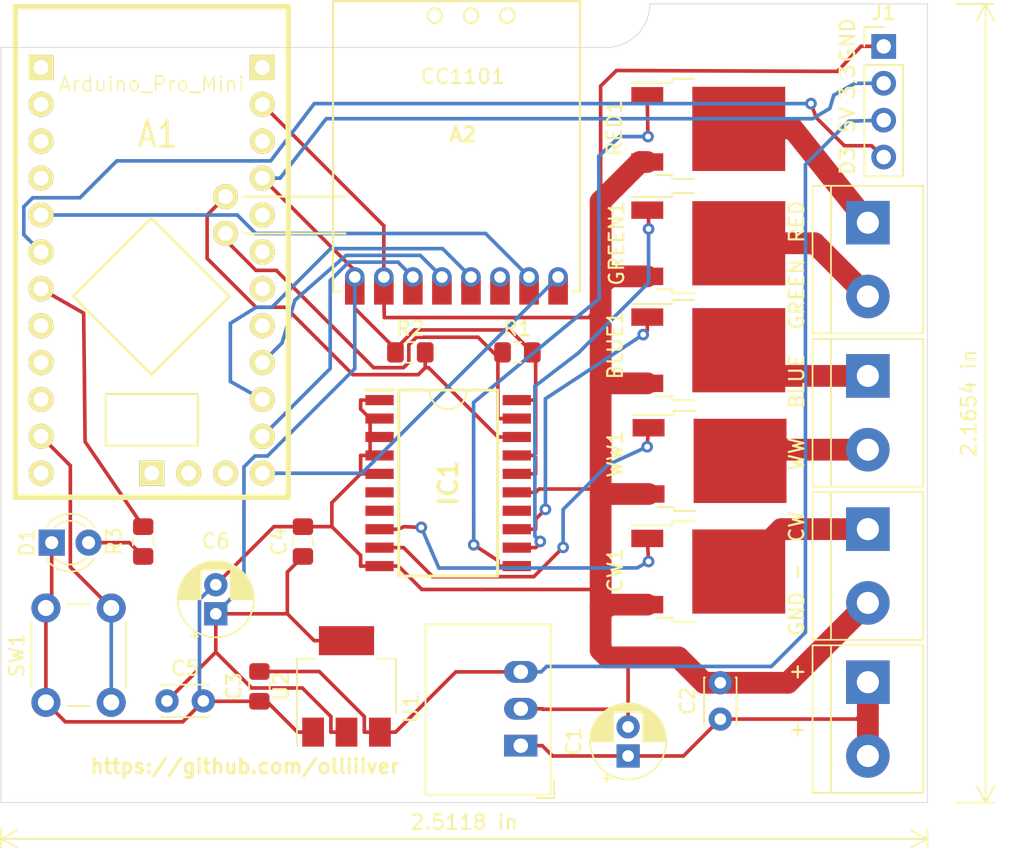
<source format=kicad_pcb>
(kicad_pcb (version 20171130) (host pcbnew "(5.1.0-rc1-9-g8f320697a)")

  (general
    (thickness 1.6)
    (drawings 23)
    (tracks 301)
    (zones 0)
    (modules 29)
    (nets 47)
  )

  (page A4)
  (layers
    (0 F.Cu signal)
    (31 B.Cu signal)
    (32 B.Adhes user)
    (33 F.Adhes user)
    (34 B.Paste user)
    (35 F.Paste user)
    (36 B.SilkS user)
    (37 F.SilkS user)
    (38 B.Mask user)
    (39 F.Mask user)
    (40 Dwgs.User user)
    (41 Cmts.User user)
    (42 Eco1.User user)
    (43 Eco2.User user)
    (44 Edge.Cuts user)
    (45 Margin user)
    (46 B.CrtYd user)
    (47 F.CrtYd user)
    (48 B.Fab user)
    (49 F.Fab user)
  )

  (setup
    (last_trace_width 0.25)
    (user_trace_width 1.5)
    (trace_clearance 0.2)
    (zone_clearance 0.508)
    (zone_45_only no)
    (trace_min 0.2)
    (via_size 0.8)
    (via_drill 0.4)
    (via_min_size 0.4)
    (via_min_drill 0.3)
    (uvia_size 0.3)
    (uvia_drill 0.1)
    (uvias_allowed no)
    (uvia_min_size 0.2)
    (uvia_min_drill 0.1)
    (edge_width 0.05)
    (segment_width 0.2)
    (pcb_text_width 0.3)
    (pcb_text_size 1.5 1.5)
    (mod_edge_width 0.12)
    (mod_text_size 1 1)
    (mod_text_width 0.15)
    (pad_size 1.7272 1.7272)
    (pad_drill 1.016)
    (pad_to_mask_clearance 0.051)
    (solder_mask_min_width 0.25)
    (aux_axis_origin 0 0)
    (visible_elements FFFFFF7F)
    (pcbplotparams
      (layerselection 0x3f1ff_ffffffff)
      (usegerberextensions false)
      (usegerberattributes false)
      (usegerberadvancedattributes false)
      (creategerberjobfile false)
      (excludeedgelayer true)
      (linewidth 0.100000)
      (plotframeref false)
      (viasonmask false)
      (mode 1)
      (useauxorigin false)
      (hpglpennumber 1)
      (hpglpenspeed 20)
      (hpglpendiameter 15.000000)
      (psnegative false)
      (psa4output false)
      (plotreference true)
      (plotvalue true)
      (plotinvisibletext false)
      (padsonsilk false)
      (subtractmaskfromsilk false)
      (outputformat 1)
      (mirror false)
      (drillshape 0)
      (scaleselection 1)
      (outputdirectory "Gerber/"))
  )

  (net 0 "")
  (net 1 +24V)
  (net 2 GND)
  (net 3 "Net-(A1-Pad1A)")
  (net 4 "Net-(A1-Pad5B)")
  (net 5 "Net-(A1-Pad4B)")
  (net 6 "Net-(A1-Pad12D)")
  (net 7 "Net-(A1-Pad11D)")
  (net 8 "Net-(A1-Pad9D)")
  (net 9 "Net-(A1-Pad10D)")
  (net 10 "Net-(A1-Pad6D)")
  (net 11 "Net-(A1-Pad5D)")
  (net 12 "Net-(A1-Pad7D)")
  (net 13 "Net-(A1-Pad8D)")
  (net 14 "Net-(A1-Pad4D)")
  (net 15 "Net-(A1-Pad3D)")
  (net 16 "Net-(A1-Pad1D)")
  (net 17 "Net-(A1-Pad2D)")
  (net 18 "Net-(A1-Pad3A)")
  (net 19 "Net-(A1-Pad8A)")
  (net 20 "Net-(A1-Pad7A)")
  (net 21 "Net-(A1-Pad5A)")
  (net 22 "Net-(A1-Pad6A)")
  (net 23 "Net-(A1-Pad10A)")
  (net 24 "Net-(A1-Pad9A)")
  (net 25 "Net-(A1-Pad11A)")
  (net 26 "Net-(A1-Pad1B)")
  (net 27 "Net-(A1-Pad2B)")
  (net 28 "Net-(A1-Pad3B)")
  (net 29 "Net-(A1-Pad12A)")
  (net 30 +3V3)
  (net 31 "Net-(A2-Pad6)")
  (net 32 "Net-(IC1-Pad6)")
  (net 33 "Net-(IC1-Pad7)")
  (net 34 "Net-(IC1-Pad14)")
  (net 35 "Net-(D1-Pad2)")
  (net 36 /CW)
  (net 37 /WW)
  (net 38 /RED)
  (net 39 /GREEN)
  (net 40 /BLUE)
  (net 41 "Net-(BLUE1-Pad2)")
  (net 42 +5V)
  (net 43 "Net-(CW1-Pad2)")
  (net 44 "Net-(GREEN1-Pad2)")
  (net 45 "Net-(P1-Pad1)")
  (net 46 "Net-(P2-Pad2)")

  (net_class Default "This is the default net class."
    (clearance 0.2)
    (trace_width 0.25)
    (via_dia 0.8)
    (via_drill 0.4)
    (uvia_dia 0.3)
    (uvia_drill 0.1)
    (add_net +24V)
    (add_net +3V3)
    (add_net +5V)
    (add_net /BLUE)
    (add_net /CW)
    (add_net /GREEN)
    (add_net /RED)
    (add_net /WW)
    (add_net GND)
    (add_net "Net-(A1-Pad10A)")
    (add_net "Net-(A1-Pad10D)")
    (add_net "Net-(A1-Pad11A)")
    (add_net "Net-(A1-Pad11D)")
    (add_net "Net-(A1-Pad12A)")
    (add_net "Net-(A1-Pad12D)")
    (add_net "Net-(A1-Pad1A)")
    (add_net "Net-(A1-Pad1B)")
    (add_net "Net-(A1-Pad1D)")
    (add_net "Net-(A1-Pad2B)")
    (add_net "Net-(A1-Pad2D)")
    (add_net "Net-(A1-Pad3A)")
    (add_net "Net-(A1-Pad3B)")
    (add_net "Net-(A1-Pad3D)")
    (add_net "Net-(A1-Pad4B)")
    (add_net "Net-(A1-Pad4D)")
    (add_net "Net-(A1-Pad5A)")
    (add_net "Net-(A1-Pad5B)")
    (add_net "Net-(A1-Pad5D)")
    (add_net "Net-(A1-Pad6A)")
    (add_net "Net-(A1-Pad6D)")
    (add_net "Net-(A1-Pad7A)")
    (add_net "Net-(A1-Pad7D)")
    (add_net "Net-(A1-Pad8A)")
    (add_net "Net-(A1-Pad8D)")
    (add_net "Net-(A1-Pad9A)")
    (add_net "Net-(A1-Pad9D)")
    (add_net "Net-(A2-Pad6)")
    (add_net "Net-(BLUE1-Pad2)")
    (add_net "Net-(CW1-Pad2)")
    (add_net "Net-(D1-Pad2)")
    (add_net "Net-(GREEN1-Pad2)")
    (add_net "Net-(IC1-Pad14)")
    (add_net "Net-(IC1-Pad6)")
    (add_net "Net-(IC1-Pad7)")
    (add_net "Net-(P1-Pad1)")
    (add_net "Net-(P2-Pad2)")
  )

  (net_class GND ""
    (clearance 1)
    (trace_width 1.5)
    (via_dia 0.8)
    (via_drill 0.4)
    (uvia_dia 0.3)
    (uvia_drill 0.1)
  )

  (module foo:PCA9634D (layer F.Cu) (tedit 5C6B35E9) (tstamp 5C6B7E1B)
    (at 187 79)
    (descr SOT163-1)
    (tags "Integrated Circuit")
    (path /5C602B62)
    (attr smd)
    (fp_text reference IC1 (at 0 0 90) (layer F.SilkS)
      (effects (font (size 1.27 1.27) (thickness 0.254)))
    )
    (fp_text value PCA9634D (at 0 -7.62) (layer F.SilkS) hide
      (effects (font (size 1.27 1.27) (thickness 0.254)))
    )
    (fp_arc (start 0 -6.35) (end -1.27 -6.35) (angle -180) (layer F.SilkS) (width 0.12))
    (fp_line (start -5.7 -6.415) (end -3.75 -6.415) (layer F.SilkS) (width 0.2))
    (fp_line (start -3.4 6.4) (end -3.4 -6.4) (layer F.SilkS) (width 0.2))
    (fp_line (start 3.4 6.4) (end -3.4 6.4) (layer F.SilkS) (width 0.2))
    (fp_line (start 3.4 -6.4) (end 3.4 6.4) (layer F.SilkS) (width 0.2))
    (fp_line (start -3.4 -6.4) (end 3.4 -6.4) (layer F.SilkS) (width 0.2))
    (fp_line (start -3.75 -5.13) (end -2.48 -6.4) (layer Dwgs.User) (width 0.1))
    (fp_line (start -3.75 6.4) (end -3.75 -6.4) (layer Dwgs.User) (width 0.1))
    (fp_line (start 3.75 6.4) (end -3.75 6.4) (layer Dwgs.User) (width 0.1))
    (fp_line (start 3.75 -6.4) (end 3.75 6.4) (layer Dwgs.User) (width 0.1))
    (fp_line (start -3.75 -6.4) (end 3.75 -6.4) (layer Dwgs.User) (width 0.1))
    (fp_line (start -5.95 6.75) (end -5.95 -6.75) (layer Dwgs.User) (width 0.05))
    (fp_line (start 5.95 6.75) (end -5.95 6.75) (layer Dwgs.User) (width 0.05))
    (fp_line (start 5.95 -6.75) (end 5.95 6.75) (layer Dwgs.User) (width 0.05))
    (fp_line (start -5.95 -6.75) (end 5.95 -6.75) (layer Dwgs.User) (width 0.05))
    (pad 20 smd rect (at 4.725 -5.715 90) (size 0.7 1.95) (layers F.Cu F.Paste F.Mask)
      (net 30 +3V3))
    (pad 19 smd rect (at 4.725 -4.445 90) (size 0.7 1.95) (layers F.Cu F.Paste F.Mask)
      (net 5 "Net-(A1-Pad4B)"))
    (pad 18 smd rect (at 4.725 -3.175 90) (size 0.7 1.95) (layers F.Cu F.Paste F.Mask)
      (net 4 "Net-(A1-Pad5B)"))
    (pad 17 smd rect (at 4.725 -1.905 90) (size 0.7 1.95) (layers F.Cu F.Paste F.Mask)
      (net 30 +3V3))
    (pad 16 smd rect (at 4.725 -0.635 90) (size 0.7 1.95) (layers F.Cu F.Paste F.Mask)
      (net 30 +3V3))
    (pad 15 smd rect (at 4.725 0.635 90) (size 0.7 1.95) (layers F.Cu F.Paste F.Mask)
      (net 2 GND))
    (pad 14 smd rect (at 4.725 1.905 90) (size 0.7 1.95) (layers F.Cu F.Paste F.Mask)
      (net 34 "Net-(IC1-Pad14)"))
    (pad 13 smd rect (at 4.725 3.175 90) (size 0.7 1.95) (layers F.Cu F.Paste F.Mask)
      (net 40 /BLUE))
    (pad 12 smd rect (at 4.725 4.445 90) (size 0.7 1.95) (layers F.Cu F.Paste F.Mask)
      (net 39 /GREEN))
    (pad 11 smd rect (at 4.725 5.715 90) (size 0.7 1.95) (layers F.Cu F.Paste F.Mask)
      (net 38 /RED))
    (pad 10 smd rect (at -4.725 5.715 90) (size 0.7 1.95) (layers F.Cu F.Paste F.Mask)
      (net 2 GND))
    (pad 9 smd rect (at -4.725 4.445 90) (size 0.7 1.95) (layers F.Cu F.Paste F.Mask)
      (net 37 /WW))
    (pad 8 smd rect (at -4.725 3.175 90) (size 0.7 1.95) (layers F.Cu F.Paste F.Mask)
      (net 36 /CW))
    (pad 7 smd rect (at -4.725 1.905 90) (size 0.7 1.95) (layers F.Cu F.Paste F.Mask)
      (net 33 "Net-(IC1-Pad7)"))
    (pad 6 smd rect (at -4.725 0.635 90) (size 0.7 1.95) (layers F.Cu F.Paste F.Mask)
      (net 32 "Net-(IC1-Pad6)"))
    (pad 5 smd rect (at -4.725 -0.635 90) (size 0.7 1.95) (layers F.Cu F.Paste F.Mask)
      (net 2 GND))
    (pad 4 smd rect (at -4.725 -1.905 90) (size 0.7 1.95) (layers F.Cu F.Paste F.Mask)
      (net 2 GND))
    (pad 3 smd rect (at -4.725 -3.175 90) (size 0.7 1.95) (layers F.Cu F.Paste F.Mask)
      (net 2 GND))
    (pad 2 smd rect (at -4.725 -4.445 90) (size 0.7 1.95) (layers F.Cu F.Paste F.Mask)
      (net 2 GND))
    (pad 1 smd rect (at -4.725 -5.715 90) (size 0.7 1.95) (layers F.Cu F.Paste F.Mask)
      (net 2 GND))
  )

  (module foo:Arduino_Pro_Mini_NoHeader (layer F.Cu) (tedit 5C6AFD88) (tstamp 5C6E3C12)
    (at 166.589 63.0815)
    (descr "Arduino Pro Mini")
    (tags "Arduino Pro Mini")
    (path /5C643FC9)
    (fp_text reference A1 (at 0.411499 -8.081501) (layer F.SilkS)
      (effects (font (size 1.778 1.524) (thickness 0.2032)))
    )
    (fp_text value Arduino_Pro_Mini (at 0 -11.557 180) (layer F.SilkS)
      (effects (font (size 1.016 1.016) (thickness 0.1016)))
    )
    (fp_line (start -9.398 16.891) (end -9.398 -16.891) (layer F.SilkS) (width 0.381))
    (fp_line (start 9.398 16.891) (end -9.398 16.891) (layer F.SilkS) (width 0.381))
    (fp_line (start 9.398 -16.891) (end 9.398 16.891) (layer F.SilkS) (width 0.381))
    (fp_line (start -9.398 -16.891) (end 9.398 -16.891) (layer F.SilkS) (width 0.381))
    (fp_text user GND (at 3.937 -19.177 90) (layer F.SilkS) hide
      (effects (font (size 1.27 1.143) (thickness 0.1905)))
    )
    (fp_text user " A6" (at 2.667 19.05 90) (layer F.SilkS) hide
      (effects (font (size 1.27 1.143) (thickness 0.1905)))
    )
    (fp_text user " A7" (at 5.207 19.05 90) (layer F.SilkS) hide
      (effects (font (size 1.27 1.143) (thickness 0.1905)))
    )
    (fp_text user " 10" (at 11.557 15.24) (layer F.SilkS) hide
      (effects (font (size 1.27 1.143) (thickness 0.1905)))
    )
    (fp_line (start -5.414456 3.058895) (end -0.026303 8.447049) (layer F.SilkS) (width 0.1778))
    (fp_line (start -0.026303 8.447049) (end 5.361851 3.058895) (layer F.SilkS) (width 0.1778))
    (fp_line (start -0.026303 -2.329259) (end 5.361851 3.058895) (layer F.SilkS) (width 0.1778))
    (fp_line (start -5.414456 3.058895) (end -0.026303 -2.329259) (layer F.SilkS) (width 0.1778))
    (fp_line (start -3.175 9.779) (end -3.175 13.335) (layer F.SilkS) (width 0.1524))
    (fp_line (start -3.175 13.335) (end 3.175 13.335) (layer F.SilkS) (width 0.1524))
    (fp_line (start 3.175 9.779) (end 3.175 13.335) (layer F.SilkS) (width 0.1524))
    (fp_line (start 3.175 9.779) (end -3.175 9.779) (layer F.SilkS) (width 0.1524))
    (fp_text user " 11" (at 11.557 12.7) (layer F.SilkS) hide
      (effects (font (size 1.27 1.143) (thickness 0.1905)))
    )
    (fp_text user " 12" (at 11.557 10.16) (layer F.SilkS) hide
      (effects (font (size 1.27 1.143) (thickness 0.1905)))
    )
    (fp_text user " 13" (at 11.557 7.62) (layer F.SilkS) hide
      (effects (font (size 1.27 1.143) (thickness 0.1905)))
    )
    (fp_text user " A0" (at 11.557 5.08) (layer F.SilkS) hide
      (effects (font (size 1.27 1.143) (thickness 0.1905)))
    )
    (fp_text user " A1" (at 11.557 2.54) (layer F.SilkS) hide
      (effects (font (size 1.27 1.143) (thickness 0.1905)))
    )
    (fp_text user RAW (at 11.557 -12.7) (layer F.SilkS) hide
      (effects (font (size 1.27 1.143) (thickness 0.1905)))
    )
    (fp_text user GND (at 11.557 -10.16) (layer F.SilkS) hide
      (effects (font (size 1.27 1.143) (thickness 0.1905)))
    )
    (fp_text user RST (at 11.557 -7.62) (layer F.SilkS) hide
      (effects (font (size 1.27 1.143) (thickness 0.1905)))
    )
    (fp_text user VCC (at 1.397 -19.05 90) (layer F.SilkS) hide
      (effects (font (size 1.27 1.143) (thickness 0.1905)))
    )
    (fp_text user " A3" (at 11.557 -2.54) (layer F.SilkS) hide
      (effects (font (size 1.27 1.143) (thickness 0.1905)))
    )
    (fp_text user " A2" (at 11.557 0) (layer F.SilkS) hide
      (effects (font (size 1.27 1.143) (thickness 0.1905)))
    )
    (fp_text user "  3" (at -11.684 0.381) (layer F.SilkS) hide
      (effects (font (size 1.27 1.143) (thickness 0.1905)))
    )
    (fp_text user "  2" (at -11.684 -2.159) (layer F.SilkS) hide
      (effects (font (size 1.27 1.143) (thickness 0.1905)))
    )
    (fp_text user GND (at -11.684 -4.699) (layer F.SilkS) hide
      (effects (font (size 1.27 1.143) (thickness 0.1905)))
    )
    (fp_text user RST (at -11.684 -7.239) (layer F.SilkS) hide
      (effects (font (size 1.27 1.143) (thickness 0.1905)))
    )
    (fp_text user RXI (at -1.143 -19.05 90) (layer F.SilkS) hide
      (effects (font (size 1.27 1.143) (thickness 0.1905)))
    )
    (fp_text user TXO (at -3.683 -19.05 90) (layer F.SilkS) hide
      (effects (font (size 1.27 1.143) (thickness 0.1905)))
    )
    (fp_text user "  4" (at -11.684 2.921) (layer F.SilkS) hide
      (effects (font (size 1.27 1.143) (thickness 0.1905)))
    )
    (fp_text user "  5" (at -11.684 5.461) (layer F.SilkS) hide
      (effects (font (size 1.27 1.143) (thickness 0.1905)))
    )
    (fp_text user "  6" (at -11.684 8.001) (layer F.SilkS) hide
      (effects (font (size 1.27 1.143) (thickness 0.1905)))
    )
    (fp_text user "  7" (at -11.684 10.541) (layer F.SilkS) hide
      (effects (font (size 1.27 1.143) (thickness 0.1905)))
    )
    (fp_text user "  8" (at -11.684 13.081) (layer F.SilkS) hide
      (effects (font (size 1.27 1.143) (thickness 0.1905)))
    )
    (fp_text user "  9" (at -11.684 15.621) (layer F.SilkS) hide
      (effects (font (size 1.27 1.143) (thickness 0.1905)))
    )
    (fp_text user " A4" (at 14.097 -1.27) (layer F.SilkS) hide
      (effects (font (size 1.27 1.143) (thickness 0.1905)))
    )
    (fp_text user " A5" (at 14.097 -3.81) (layer F.SilkS) hide
      (effects (font (size 1.27 1.143) (thickness 0.1905)))
    )
    (fp_line (start 6.35 -3.81) (end 13.335 -3.81) (layer F.SilkS) (width 0.1524))
    (fp_line (start 6.35 -1.27) (end 13.335 -1.27) (layer F.SilkS) (width 0.1524))
    (fp_text user DTR (at -6.223 -19.05 90) (layer F.SilkS) hide
      (effects (font (size 1.27 1.143) (thickness 0.1778)))
    )
    (pad 12A thru_hole circle (at 7.62 15.24) (size 1.7272 1.7272) (drill 1.016) (layers *.Cu *.Mask F.SilkS)
      (net 29 "Net-(A1-Pad12A)"))
    (pad 3B thru_hole circle (at 5.08 15.24) (size 1.7272 1.7272) (drill 1.016) (layers *.Cu *.Mask F.SilkS)
      (net 28 "Net-(A1-Pad3B)"))
    (pad 2B thru_hole circle (at 2.54 15.24) (size 1.7272 1.7272) (drill 1.016) (layers *.Cu *.Mask F.SilkS)
      (net 27 "Net-(A1-Pad2B)"))
    (pad 1B thru_hole rect (at 0 15.24) (size 1.7272 1.7272) (drill 1.016) (layers *.Cu *.Mask F.SilkS)
      (net 26 "Net-(A1-Pad1B)"))
    (pad 11A thru_hole circle (at 7.62 12.7) (size 1.7272 1.7272) (drill 1.016) (layers *.Cu *.Mask F.SilkS)
      (net 25 "Net-(A1-Pad11A)"))
    (pad 9A thru_hole circle (at 7.62 7.62) (size 1.7272 1.7272) (drill 1.016) (layers *.Cu *.Mask F.SilkS)
      (net 24 "Net-(A1-Pad9A)"))
    (pad 10A thru_hole circle (at 7.62 10.16) (size 1.7272 1.7272) (drill 1.016) (layers *.Cu *.Mask F.SilkS)
      (net 23 "Net-(A1-Pad10A)"))
    (pad 6A thru_hole circle (at 7.62 0) (size 1.7272 1.7272) (drill 1.016) (layers *.Cu *.Mask F.SilkS)
      (net 22 "Net-(A1-Pad6A)"))
    (pad 5A thru_hole circle (at 7.62 -2.54) (size 1.7272 1.7272) (drill 1.016) (layers *.Cu *.Mask F.SilkS)
      (net 21 "Net-(A1-Pad5A)"))
    (pad 7A thru_hole circle (at 7.62 2.54) (size 1.7272 1.7272) (drill 1.016) (layers *.Cu *.Mask F.SilkS)
      (net 20 "Net-(A1-Pad7A)"))
    (pad 8A thru_hole circle (at 7.62 5.08) (size 1.7272 1.7272) (drill 1.016) (layers *.Cu *.Mask F.SilkS)
      (net 19 "Net-(A1-Pad8A)"))
    (pad 4A thru_hole circle (at 7.62 -5.08) (size 1.7272 1.7272) (drill 1.016) (layers *.Cu *.Mask F.SilkS)
      (net 30 +3V3))
    (pad 3A thru_hole circle (at 7.62 -7.62) (size 1.7272 1.7272) (drill 1.016) (layers *.Cu *.Mask F.SilkS)
      (net 18 "Net-(A1-Pad3A)"))
    (pad 1A thru_hole rect (at 7.62 -12.7) (size 1.7272 1.7272) (drill 1.016) (layers *.Cu *.Mask F.SilkS)
      (net 3 "Net-(A1-Pad1A)"))
    (pad 2A thru_hole circle (at 7.62 -10.16) (size 1.7272 1.7272) (drill 1.016) (layers *.Cu *.Mask F.SilkS)
      (net 2 GND))
    (pad 2D thru_hole circle (at -7.62 -10.16) (size 1.7272 1.7272) (drill 1.016) (layers *.Cu *.Mask F.SilkS)
      (net 17 "Net-(A1-Pad2D)"))
    (pad 1D thru_hole rect (at -7.62 -12.7) (size 1.7272 1.7272) (drill 1.016) (layers *.Cu *.Mask F.SilkS)
      (net 16 "Net-(A1-Pad1D)"))
    (pad 3D thru_hole circle (at -7.62 -7.62) (size 1.7272 1.7272) (drill 1.016) (layers *.Cu *.Mask F.SilkS)
      (net 15 "Net-(A1-Pad3D)"))
    (pad 4D thru_hole circle (at -7.62 -5.08) (size 1.7272 1.7272) (drill 1.016) (layers *.Cu *.Mask F.SilkS)
      (net 14 "Net-(A1-Pad4D)"))
    (pad 8D thru_hole circle (at -7.62 5.08) (size 1.7272 1.7272) (drill 1.016) (layers *.Cu *.Mask F.SilkS)
      (net 13 "Net-(A1-Pad8D)"))
    (pad 7D thru_hole circle (at -7.62 2.54) (size 1.7272 1.7272) (drill 1.016) (layers *.Cu *.Mask F.SilkS)
      (net 12 "Net-(A1-Pad7D)"))
    (pad 5D thru_hole circle (at -7.62 -2.54) (size 1.7272 1.7272) (drill 1.016) (layers *.Cu *.Mask F.SilkS)
      (net 11 "Net-(A1-Pad5D)"))
    (pad 6D thru_hole circle (at -7.62 0) (size 1.7272 1.7272) (drill 1.016) (layers *.Cu *.Mask F.SilkS)
      (net 10 "Net-(A1-Pad6D)"))
    (pad 10D thru_hole circle (at -7.62 10.16) (size 1.7272 1.7272) (drill 1.016) (layers *.Cu *.Mask F.SilkS)
      (net 9 "Net-(A1-Pad10D)"))
    (pad 9D thru_hole circle (at -7.62 7.62) (size 1.7272 1.7272) (drill 1.016) (layers *.Cu *.Mask F.SilkS)
      (net 8 "Net-(A1-Pad9D)"))
    (pad 11D thru_hole circle (at -7.62 12.7) (size 1.7272 1.7272) (drill 1.016) (layers *.Cu *.Mask F.SilkS)
      (net 7 "Net-(A1-Pad11D)"))
    (pad 12D thru_hole circle (at -7.62 15.24) (size 1.7272 1.7272) (drill 1.016) (layers *.Cu *.Mask F.SilkS)
      (net 6 "Net-(A1-Pad12D)"))
    (pad 5B thru_hole circle (at 5.08 -3.81) (size 1.7272 1.7272) (drill 1.016) (layers *.Cu *.Mask F.SilkS)
      (net 4 "Net-(A1-Pad5B)"))
    (pad 4B thru_hole circle (at 5.08 -1.27) (size 1.7272 1.7272) (drill 1.016) (layers *.Cu *.Mask F.SilkS)
      (net 5 "Net-(A1-Pad4B)"))
  )

  (module MountingHole:MountingHole_2mm (layer F.Cu) (tedit 5B924920) (tstamp 5C6ABC1A)
    (at 159 98.5)
    (descr "Mounting Hole 2mm, no annular")
    (tags "mounting hole 2mm no annular")
    (attr virtual)
    (fp_text reference MO1 (at 0 -3.7) (layer F.SilkS) hide
      (effects (font (size 1 1) (thickness 0.15)))
    )
    (fp_text value MountingHole_2mm (at 0 3.7) (layer F.Fab) hide
      (effects (font (size 1 1) (thickness 0.15)))
    )
    (fp_circle (center 0 0) (end 2.25 0) (layer F.CrtYd) (width 0.05))
    (fp_circle (center 0 0) (end 2 0) (layer Cmts.User) (width 0.15))
    (fp_text user %R (at 0.3 0) (layer F.Fab)
      (effects (font (size 1 1) (thickness 0.15)))
    )
    (fp_text user MO1 (at 0.3 0) (layer F.Fab)
      (effects (font (size 1 1) (thickness 0.15)))
    )
    (pad "" np_thru_hole circle (at 0 0) (size 2 2) (drill 2) (layers *.Cu *.Mask))
  )

  (module MountingHole:MountingHole_2mm (layer F.Cu) (tedit 5B924920) (tstamp 5C6AB6DC)
    (at 209 48.5)
    (descr "Mounting Hole 2mm, no annular")
    (tags "mounting hole 2mm no annular")
    (attr virtual)
    (fp_text reference MO3 (at 0 -3.7) (layer F.SilkS) hide
      (effects (font (size 1 1) (thickness 0.15)))
    )
    (fp_text value MountingHole_2mm (at 0 3.7) (layer F.Fab) hide
      (effects (font (size 1 1) (thickness 0.15)))
    )
    (fp_circle (center 0 0) (end 2.25 0) (layer F.CrtYd) (width 0.05))
    (fp_circle (center 0 0) (end 2 0) (layer Cmts.User) (width 0.15))
    (fp_text user %R (at 0.3 0) (layer F.Fab)
      (effects (font (size 1 1) (thickness 0.15)))
    )
    (pad "" np_thru_hole circle (at 0 0) (size 2 2) (drill 2) (layers *.Cu *.Mask))
  )

  (module MountingHole:MountingHole_2mm (layer F.Cu) (tedit 5B924920) (tstamp 5C6AB4EE)
    (at 209 98.5)
    (descr "Mounting Hole 2mm, no annular")
    (tags "mounting hole 2mm no annular")
    (attr virtual)
    (fp_text reference MO2 (at 0 -3.7) (layer F.SilkS) hide
      (effects (font (size 1 1) (thickness 0.15)))
    )
    (fp_text value MountingHole_2mm (at 0 3.7) (layer F.Fab) hide
      (effects (font (size 1 1) (thickness 0.15)))
    )
    (fp_circle (center 0 0) (end 2.25 0) (layer F.CrtYd) (width 0.05))
    (fp_circle (center 0 0) (end 2 0) (layer Cmts.User) (width 0.15))
    (fp_text user %R (at 0.3 0) (layer F.Fab)
      (effects (font (size 1 1) (thickness 0.15)))
    )
    (pad "" np_thru_hole circle (at 0 0) (size 2 2) (drill 2) (layers *.Cu *.Mask))
  )

  (module foo:cc1101 (layer F.Cu) (tedit 5B61EAE3) (tstamp 5C6A6F4D)
    (at 179.07 67.31 90)
    (path /5C642134)
    (fp_text reference A2 (at 12.31 8.93 180) (layer F.SilkS)
      (effects (font (size 1 1) (thickness 0.2)))
    )
    (fp_text value CC1101 (at 16.31 8.93 180) (layer F.SilkS)
      (effects (font (size 1 1) (thickness 0.15)))
    )
    (fp_line (start 1.5 17) (end 1.5 16.5) (layer F.SilkS) (width 0.15))
    (fp_line (start 1.5 0) (end 1.5 0.5) (layer F.SilkS) (width 0.15))
    (fp_circle (center 20.5 12) (end 20.5 12.5) (layer F.SilkS) (width 0.15))
    (fp_circle (center 20.5 7) (end 20.5 7.5) (layer F.SilkS) (width 0.15))
    (fp_circle (center 20.5 9.5) (end 21 9.5) (layer F.SilkS) (width 0.15))
    (fp_line (start 1.5 0) (end 21.5 0) (layer F.SilkS) (width 0.15))
    (fp_line (start 21.5 0) (end 21.5 17) (layer F.SilkS) (width 0.15))
    (fp_line (start 21.5 17) (end 1.5 17) (layer F.SilkS) (width 0.15))
    (pad 8 thru_hole circle (at 2.5 15.5 90) (size 1.35 1.35) (drill 0.8) (layers *.Cu *.Mask)
      (net 29 "Net-(A1-Pad12A)"))
    (pad 8 connect rect (at 1.5 15.5 90) (size 1.8 1.35) (layers F.Cu F.Mask)
      (net 29 "Net-(A1-Pad12A)"))
    (pad 1 thru_hole circle (at 2.5 1.5 90) (size 1.35 1.35) (drill 0.8) (layers *.Cu *.Mask)
      (net 30 +3V3))
    (pad 2 thru_hole circle (at 2.5 3.5 90) (size 1.35 1.35) (drill 0.8) (layers *.Cu *.Mask)
      (net 2 GND))
    (pad 3 thru_hole circle (at 2.5 5.5 90) (size 1.35 1.35) (drill 0.8) (layers *.Cu *.Mask)
      (net 25 "Net-(A1-Pad11A)"))
    (pad 4 thru_hole circle (at 2.5 7.5 90) (size 1.35 1.35) (drill 0.8) (layers *.Cu *.Mask)
      (net 24 "Net-(A1-Pad9A)"))
    (pad 5 thru_hole circle (at 2.5 9.5 90) (size 1.35 1.35) (drill 0.8) (layers *.Cu *.Mask)
      (net 23 "Net-(A1-Pad10A)"))
    (pad 6 thru_hole circle (at 2.5 11.5 90) (size 1.35 1.35) (drill 0.8) (layers *.Cu *.Mask)
      (net 31 "Net-(A2-Pad6)"))
    (pad 7 thru_hole circle (at 2.5 13.5 90) (size 1.35 1.35) (drill 0.8) (layers *.Cu *.Mask)
      (net 11 "Net-(A1-Pad5D)"))
    (pad 1 connect rect (at 1.5 1.5 90) (size 1.8 1.35) (layers F.Cu F.Mask)
      (net 30 +3V3))
    (pad 2 connect rect (at 1.5 3.5 90) (size 1.8 1.35) (layers F.Cu F.Mask)
      (net 2 GND))
    (pad 3 connect rect (at 1.5 5.5 90) (size 1.8 1.35) (layers F.Cu F.Mask)
      (net 25 "Net-(A1-Pad11A)"))
    (pad 4 connect rect (at 1.5 7.5 90) (size 1.8 1.35) (layers F.Cu F.Mask)
      (net 24 "Net-(A1-Pad9A)"))
    (pad 5 connect rect (at 1.5 9.5 90) (size 1.8 1.35) (layers F.Cu F.Mask)
      (net 23 "Net-(A1-Pad10A)"))
    (pad 6 connect rect (at 1.5 11.5 90) (size 1.8 1.35) (layers F.Cu F.Mask)
      (net 31 "Net-(A2-Pad6)"))
    (pad 7 connect rect (at 1.5 13.5 90) (size 1.8 1.35) (layers F.Cu F.Mask)
      (net 11 "Net-(A1-Pad5D)"))
  )

  (module Capacitor_THT:CP_Radial_D5.0mm_P2.00mm (layer F.Cu) (tedit 5AE50EF0) (tstamp 5C6A6FD0)
    (at 199.39 97.79 90)
    (descr "CP, Radial series, Radial, pin pitch=2.00mm, , diameter=5mm, Electrolytic Capacitor")
    (tags "CP Radial series Radial pin pitch 2.00mm  diameter 5mm Electrolytic Capacitor")
    (path /5C5F6E12)
    (fp_text reference C1 (at 1 -3.75 90) (layer F.SilkS)
      (effects (font (size 1 1) (thickness 0.15)))
    )
    (fp_text value 10µF (at 1 3.75 90) (layer F.Fab)
      (effects (font (size 1 1) (thickness 0.15)))
    )
    (fp_circle (center 1 0) (end 3.5 0) (layer F.Fab) (width 0.1))
    (fp_circle (center 1 0) (end 3.62 0) (layer F.SilkS) (width 0.12))
    (fp_circle (center 1 0) (end 3.75 0) (layer F.CrtYd) (width 0.05))
    (fp_line (start -1.133605 -1.0875) (end -0.633605 -1.0875) (layer F.Fab) (width 0.1))
    (fp_line (start -0.883605 -1.3375) (end -0.883605 -0.8375) (layer F.Fab) (width 0.1))
    (fp_line (start 1 1.04) (end 1 2.58) (layer F.SilkS) (width 0.12))
    (fp_line (start 1 -2.58) (end 1 -1.04) (layer F.SilkS) (width 0.12))
    (fp_line (start 1.04 1.04) (end 1.04 2.58) (layer F.SilkS) (width 0.12))
    (fp_line (start 1.04 -2.58) (end 1.04 -1.04) (layer F.SilkS) (width 0.12))
    (fp_line (start 1.08 -2.579) (end 1.08 -1.04) (layer F.SilkS) (width 0.12))
    (fp_line (start 1.08 1.04) (end 1.08 2.579) (layer F.SilkS) (width 0.12))
    (fp_line (start 1.12 -2.578) (end 1.12 -1.04) (layer F.SilkS) (width 0.12))
    (fp_line (start 1.12 1.04) (end 1.12 2.578) (layer F.SilkS) (width 0.12))
    (fp_line (start 1.16 -2.576) (end 1.16 -1.04) (layer F.SilkS) (width 0.12))
    (fp_line (start 1.16 1.04) (end 1.16 2.576) (layer F.SilkS) (width 0.12))
    (fp_line (start 1.2 -2.573) (end 1.2 -1.04) (layer F.SilkS) (width 0.12))
    (fp_line (start 1.2 1.04) (end 1.2 2.573) (layer F.SilkS) (width 0.12))
    (fp_line (start 1.24 -2.569) (end 1.24 -1.04) (layer F.SilkS) (width 0.12))
    (fp_line (start 1.24 1.04) (end 1.24 2.569) (layer F.SilkS) (width 0.12))
    (fp_line (start 1.28 -2.565) (end 1.28 -1.04) (layer F.SilkS) (width 0.12))
    (fp_line (start 1.28 1.04) (end 1.28 2.565) (layer F.SilkS) (width 0.12))
    (fp_line (start 1.32 -2.561) (end 1.32 -1.04) (layer F.SilkS) (width 0.12))
    (fp_line (start 1.32 1.04) (end 1.32 2.561) (layer F.SilkS) (width 0.12))
    (fp_line (start 1.36 -2.556) (end 1.36 -1.04) (layer F.SilkS) (width 0.12))
    (fp_line (start 1.36 1.04) (end 1.36 2.556) (layer F.SilkS) (width 0.12))
    (fp_line (start 1.4 -2.55) (end 1.4 -1.04) (layer F.SilkS) (width 0.12))
    (fp_line (start 1.4 1.04) (end 1.4 2.55) (layer F.SilkS) (width 0.12))
    (fp_line (start 1.44 -2.543) (end 1.44 -1.04) (layer F.SilkS) (width 0.12))
    (fp_line (start 1.44 1.04) (end 1.44 2.543) (layer F.SilkS) (width 0.12))
    (fp_line (start 1.48 -2.536) (end 1.48 -1.04) (layer F.SilkS) (width 0.12))
    (fp_line (start 1.48 1.04) (end 1.48 2.536) (layer F.SilkS) (width 0.12))
    (fp_line (start 1.52 -2.528) (end 1.52 -1.04) (layer F.SilkS) (width 0.12))
    (fp_line (start 1.52 1.04) (end 1.52 2.528) (layer F.SilkS) (width 0.12))
    (fp_line (start 1.56 -2.52) (end 1.56 -1.04) (layer F.SilkS) (width 0.12))
    (fp_line (start 1.56 1.04) (end 1.56 2.52) (layer F.SilkS) (width 0.12))
    (fp_line (start 1.6 -2.511) (end 1.6 -1.04) (layer F.SilkS) (width 0.12))
    (fp_line (start 1.6 1.04) (end 1.6 2.511) (layer F.SilkS) (width 0.12))
    (fp_line (start 1.64 -2.501) (end 1.64 -1.04) (layer F.SilkS) (width 0.12))
    (fp_line (start 1.64 1.04) (end 1.64 2.501) (layer F.SilkS) (width 0.12))
    (fp_line (start 1.68 -2.491) (end 1.68 -1.04) (layer F.SilkS) (width 0.12))
    (fp_line (start 1.68 1.04) (end 1.68 2.491) (layer F.SilkS) (width 0.12))
    (fp_line (start 1.721 -2.48) (end 1.721 -1.04) (layer F.SilkS) (width 0.12))
    (fp_line (start 1.721 1.04) (end 1.721 2.48) (layer F.SilkS) (width 0.12))
    (fp_line (start 1.761 -2.468) (end 1.761 -1.04) (layer F.SilkS) (width 0.12))
    (fp_line (start 1.761 1.04) (end 1.761 2.468) (layer F.SilkS) (width 0.12))
    (fp_line (start 1.801 -2.455) (end 1.801 -1.04) (layer F.SilkS) (width 0.12))
    (fp_line (start 1.801 1.04) (end 1.801 2.455) (layer F.SilkS) (width 0.12))
    (fp_line (start 1.841 -2.442) (end 1.841 -1.04) (layer F.SilkS) (width 0.12))
    (fp_line (start 1.841 1.04) (end 1.841 2.442) (layer F.SilkS) (width 0.12))
    (fp_line (start 1.881 -2.428) (end 1.881 -1.04) (layer F.SilkS) (width 0.12))
    (fp_line (start 1.881 1.04) (end 1.881 2.428) (layer F.SilkS) (width 0.12))
    (fp_line (start 1.921 -2.414) (end 1.921 -1.04) (layer F.SilkS) (width 0.12))
    (fp_line (start 1.921 1.04) (end 1.921 2.414) (layer F.SilkS) (width 0.12))
    (fp_line (start 1.961 -2.398) (end 1.961 -1.04) (layer F.SilkS) (width 0.12))
    (fp_line (start 1.961 1.04) (end 1.961 2.398) (layer F.SilkS) (width 0.12))
    (fp_line (start 2.001 -2.382) (end 2.001 -1.04) (layer F.SilkS) (width 0.12))
    (fp_line (start 2.001 1.04) (end 2.001 2.382) (layer F.SilkS) (width 0.12))
    (fp_line (start 2.041 -2.365) (end 2.041 -1.04) (layer F.SilkS) (width 0.12))
    (fp_line (start 2.041 1.04) (end 2.041 2.365) (layer F.SilkS) (width 0.12))
    (fp_line (start 2.081 -2.348) (end 2.081 -1.04) (layer F.SilkS) (width 0.12))
    (fp_line (start 2.081 1.04) (end 2.081 2.348) (layer F.SilkS) (width 0.12))
    (fp_line (start 2.121 -2.329) (end 2.121 -1.04) (layer F.SilkS) (width 0.12))
    (fp_line (start 2.121 1.04) (end 2.121 2.329) (layer F.SilkS) (width 0.12))
    (fp_line (start 2.161 -2.31) (end 2.161 -1.04) (layer F.SilkS) (width 0.12))
    (fp_line (start 2.161 1.04) (end 2.161 2.31) (layer F.SilkS) (width 0.12))
    (fp_line (start 2.201 -2.29) (end 2.201 -1.04) (layer F.SilkS) (width 0.12))
    (fp_line (start 2.201 1.04) (end 2.201 2.29) (layer F.SilkS) (width 0.12))
    (fp_line (start 2.241 -2.268) (end 2.241 -1.04) (layer F.SilkS) (width 0.12))
    (fp_line (start 2.241 1.04) (end 2.241 2.268) (layer F.SilkS) (width 0.12))
    (fp_line (start 2.281 -2.247) (end 2.281 -1.04) (layer F.SilkS) (width 0.12))
    (fp_line (start 2.281 1.04) (end 2.281 2.247) (layer F.SilkS) (width 0.12))
    (fp_line (start 2.321 -2.224) (end 2.321 -1.04) (layer F.SilkS) (width 0.12))
    (fp_line (start 2.321 1.04) (end 2.321 2.224) (layer F.SilkS) (width 0.12))
    (fp_line (start 2.361 -2.2) (end 2.361 -1.04) (layer F.SilkS) (width 0.12))
    (fp_line (start 2.361 1.04) (end 2.361 2.2) (layer F.SilkS) (width 0.12))
    (fp_line (start 2.401 -2.175) (end 2.401 -1.04) (layer F.SilkS) (width 0.12))
    (fp_line (start 2.401 1.04) (end 2.401 2.175) (layer F.SilkS) (width 0.12))
    (fp_line (start 2.441 -2.149) (end 2.441 -1.04) (layer F.SilkS) (width 0.12))
    (fp_line (start 2.441 1.04) (end 2.441 2.149) (layer F.SilkS) (width 0.12))
    (fp_line (start 2.481 -2.122) (end 2.481 -1.04) (layer F.SilkS) (width 0.12))
    (fp_line (start 2.481 1.04) (end 2.481 2.122) (layer F.SilkS) (width 0.12))
    (fp_line (start 2.521 -2.095) (end 2.521 -1.04) (layer F.SilkS) (width 0.12))
    (fp_line (start 2.521 1.04) (end 2.521 2.095) (layer F.SilkS) (width 0.12))
    (fp_line (start 2.561 -2.065) (end 2.561 -1.04) (layer F.SilkS) (width 0.12))
    (fp_line (start 2.561 1.04) (end 2.561 2.065) (layer F.SilkS) (width 0.12))
    (fp_line (start 2.601 -2.035) (end 2.601 -1.04) (layer F.SilkS) (width 0.12))
    (fp_line (start 2.601 1.04) (end 2.601 2.035) (layer F.SilkS) (width 0.12))
    (fp_line (start 2.641 -2.004) (end 2.641 -1.04) (layer F.SilkS) (width 0.12))
    (fp_line (start 2.641 1.04) (end 2.641 2.004) (layer F.SilkS) (width 0.12))
    (fp_line (start 2.681 -1.971) (end 2.681 -1.04) (layer F.SilkS) (width 0.12))
    (fp_line (start 2.681 1.04) (end 2.681 1.971) (layer F.SilkS) (width 0.12))
    (fp_line (start 2.721 -1.937) (end 2.721 -1.04) (layer F.SilkS) (width 0.12))
    (fp_line (start 2.721 1.04) (end 2.721 1.937) (layer F.SilkS) (width 0.12))
    (fp_line (start 2.761 -1.901) (end 2.761 -1.04) (layer F.SilkS) (width 0.12))
    (fp_line (start 2.761 1.04) (end 2.761 1.901) (layer F.SilkS) (width 0.12))
    (fp_line (start 2.801 -1.864) (end 2.801 -1.04) (layer F.SilkS) (width 0.12))
    (fp_line (start 2.801 1.04) (end 2.801 1.864) (layer F.SilkS) (width 0.12))
    (fp_line (start 2.841 -1.826) (end 2.841 -1.04) (layer F.SilkS) (width 0.12))
    (fp_line (start 2.841 1.04) (end 2.841 1.826) (layer F.SilkS) (width 0.12))
    (fp_line (start 2.881 -1.785) (end 2.881 -1.04) (layer F.SilkS) (width 0.12))
    (fp_line (start 2.881 1.04) (end 2.881 1.785) (layer F.SilkS) (width 0.12))
    (fp_line (start 2.921 -1.743) (end 2.921 -1.04) (layer F.SilkS) (width 0.12))
    (fp_line (start 2.921 1.04) (end 2.921 1.743) (layer F.SilkS) (width 0.12))
    (fp_line (start 2.961 -1.699) (end 2.961 -1.04) (layer F.SilkS) (width 0.12))
    (fp_line (start 2.961 1.04) (end 2.961 1.699) (layer F.SilkS) (width 0.12))
    (fp_line (start 3.001 -1.653) (end 3.001 -1.04) (layer F.SilkS) (width 0.12))
    (fp_line (start 3.001 1.04) (end 3.001 1.653) (layer F.SilkS) (width 0.12))
    (fp_line (start 3.041 -1.605) (end 3.041 1.605) (layer F.SilkS) (width 0.12))
    (fp_line (start 3.081 -1.554) (end 3.081 1.554) (layer F.SilkS) (width 0.12))
    (fp_line (start 3.121 -1.5) (end 3.121 1.5) (layer F.SilkS) (width 0.12))
    (fp_line (start 3.161 -1.443) (end 3.161 1.443) (layer F.SilkS) (width 0.12))
    (fp_line (start 3.201 -1.383) (end 3.201 1.383) (layer F.SilkS) (width 0.12))
    (fp_line (start 3.241 -1.319) (end 3.241 1.319) (layer F.SilkS) (width 0.12))
    (fp_line (start 3.281 -1.251) (end 3.281 1.251) (layer F.SilkS) (width 0.12))
    (fp_line (start 3.321 -1.178) (end 3.321 1.178) (layer F.SilkS) (width 0.12))
    (fp_line (start 3.361 -1.098) (end 3.361 1.098) (layer F.SilkS) (width 0.12))
    (fp_line (start 3.401 -1.011) (end 3.401 1.011) (layer F.SilkS) (width 0.12))
    (fp_line (start 3.441 -0.915) (end 3.441 0.915) (layer F.SilkS) (width 0.12))
    (fp_line (start 3.481 -0.805) (end 3.481 0.805) (layer F.SilkS) (width 0.12))
    (fp_line (start 3.521 -0.677) (end 3.521 0.677) (layer F.SilkS) (width 0.12))
    (fp_line (start 3.561 -0.518) (end 3.561 0.518) (layer F.SilkS) (width 0.12))
    (fp_line (start 3.601 -0.284) (end 3.601 0.284) (layer F.SilkS) (width 0.12))
    (fp_line (start -1.804775 -1.475) (end -1.304775 -1.475) (layer F.SilkS) (width 0.12))
    (fp_line (start -1.554775 -1.725) (end -1.554775 -1.225) (layer F.SilkS) (width 0.12))
    (fp_text user %R (at 1 0 90) (layer F.Fab)
      (effects (font (size 1 1) (thickness 0.15)))
    )
    (pad 1 thru_hole rect (at 0 0 90) (size 1.6 1.6) (drill 0.8) (layers *.Cu *.Mask)
      (net 1 +24V))
    (pad 2 thru_hole circle (at 2 0 90) (size 1.6 1.6) (drill 0.8) (layers *.Cu *.Mask)
      (net 2 GND))
    (model ${KISYS3DMOD}/Capacitor_THT.3dshapes/CP_Radial_D5.0mm_P2.00mm.wrl
      (at (xyz 0 0 0))
      (scale (xyz 1 1 1))
      (rotate (xyz 0 0 0))
    )
  )

  (module Capacitor_THT:C_Disc_D3.0mm_W2.0mm_P2.50mm (layer F.Cu) (tedit 5AE50EF0) (tstamp 5C6A6FE5)
    (at 205.74 95.25 90)
    (descr "C, Disc series, Radial, pin pitch=2.50mm, , diameter*width=3*2mm^2, Capacitor")
    (tags "C Disc series Radial pin pitch 2.50mm  diameter 3mm width 2mm Capacitor")
    (path /5C70E702)
    (fp_text reference C2 (at 1.25 -2.25 90) (layer F.SilkS)
      (effects (font (size 1 1) (thickness 0.15)))
    )
    (fp_text value 100nF (at 1.25 2.25 90) (layer F.Fab)
      (effects (font (size 1 1) (thickness 0.15)))
    )
    (fp_line (start -0.25 -1) (end -0.25 1) (layer F.Fab) (width 0.1))
    (fp_line (start -0.25 1) (end 2.75 1) (layer F.Fab) (width 0.1))
    (fp_line (start 2.75 1) (end 2.75 -1) (layer F.Fab) (width 0.1))
    (fp_line (start 2.75 -1) (end -0.25 -1) (layer F.Fab) (width 0.1))
    (fp_line (start -0.37 -1.12) (end 2.87 -1.12) (layer F.SilkS) (width 0.12))
    (fp_line (start -0.37 1.12) (end 2.87 1.12) (layer F.SilkS) (width 0.12))
    (fp_line (start -0.37 -1.12) (end -0.37 -1.055) (layer F.SilkS) (width 0.12))
    (fp_line (start -0.37 1.055) (end -0.37 1.12) (layer F.SilkS) (width 0.12))
    (fp_line (start 2.87 -1.12) (end 2.87 -1.055) (layer F.SilkS) (width 0.12))
    (fp_line (start 2.87 1.055) (end 2.87 1.12) (layer F.SilkS) (width 0.12))
    (fp_line (start -1.05 -1.25) (end -1.05 1.25) (layer F.CrtYd) (width 0.05))
    (fp_line (start -1.05 1.25) (end 3.55 1.25) (layer F.CrtYd) (width 0.05))
    (fp_line (start 3.55 1.25) (end 3.55 -1.25) (layer F.CrtYd) (width 0.05))
    (fp_line (start 3.55 -1.25) (end -1.05 -1.25) (layer F.CrtYd) (width 0.05))
    (fp_text user %R (at 1.25 0 180) (layer F.Fab)
      (effects (font (size 0.6 0.6) (thickness 0.09)))
    )
    (pad 1 thru_hole circle (at 0 0 90) (size 1.6 1.6) (drill 0.8) (layers *.Cu *.Mask)
      (net 1 +24V))
    (pad 2 thru_hole circle (at 2.5 0 90) (size 1.6 1.6) (drill 0.8) (layers *.Cu *.Mask)
      (net 2 GND))
    (model ${KISYS3DMOD}/Capacitor_THT.3dshapes/C_Disc_D3.0mm_W2.0mm_P2.50mm.wrl
      (at (xyz 0 0 0))
      (scale (xyz 1 1 1))
      (rotate (xyz 0 0 0))
    )
  )

  (module Capacitor_SMD:C_0805_2012Metric_Pad1.15x1.40mm_HandSolder (layer F.Cu) (tedit 5B36C52B) (tstamp 5C6A6FF6)
    (at 174 93 270)
    (descr "Capacitor SMD 0805 (2012 Metric), square (rectangular) end terminal, IPC_7351 nominal with elongated pad for handsoldering. (Body size source: https://docs.google.com/spreadsheets/d/1BsfQQcO9C6DZCsRaXUlFlo91Tg2WpOkGARC1WS5S8t0/edit?usp=sharing), generated with kicad-footprint-generator")
    (tags "capacitor handsolder")
    (path /5C606D31)
    (attr smd)
    (fp_text reference C3 (at 0 1.75 270) (layer F.SilkS)
      (effects (font (size 1 1) (thickness 0.15)))
    )
    (fp_text value 10µF (at 0 1.65 270) (layer F.Fab)
      (effects (font (size 1 1) (thickness 0.15)))
    )
    (fp_line (start -1 0.6) (end -1 -0.6) (layer F.Fab) (width 0.1))
    (fp_line (start -1 -0.6) (end 1 -0.6) (layer F.Fab) (width 0.1))
    (fp_line (start 1 -0.6) (end 1 0.6) (layer F.Fab) (width 0.1))
    (fp_line (start 1 0.6) (end -1 0.6) (layer F.Fab) (width 0.1))
    (fp_line (start -0.261252 -0.71) (end 0.261252 -0.71) (layer F.SilkS) (width 0.12))
    (fp_line (start -0.261252 0.71) (end 0.261252 0.71) (layer F.SilkS) (width 0.12))
    (fp_line (start -1.85 0.95) (end -1.85 -0.95) (layer F.CrtYd) (width 0.05))
    (fp_line (start -1.85 -0.95) (end 1.85 -0.95) (layer F.CrtYd) (width 0.05))
    (fp_line (start 1.85 -0.95) (end 1.85 0.95) (layer F.CrtYd) (width 0.05))
    (fp_line (start 1.85 0.95) (end -1.85 0.95) (layer F.CrtYd) (width 0.05))
    (fp_text user %R (at -1 0.6 270) (layer F.Fab)
      (effects (font (size 0.5 0.5) (thickness 0.08)))
    )
    (pad 1 smd roundrect (at -1.025 0 270) (size 1.15 1.4) (layers F.Cu F.Paste F.Mask) (roundrect_rratio 0.217391)
      (net 42 +5V))
    (pad 2 smd roundrect (at 1.025 0 270) (size 1.15 1.4) (layers F.Cu F.Paste F.Mask) (roundrect_rratio 0.217391)
      (net 2 GND))
    (model ${KISYS3DMOD}/Capacitor_SMD.3dshapes/C_0805_2012Metric.wrl
      (at (xyz 0 0 0))
      (scale (xyz 1 1 1))
      (rotate (xyz 0 0 0))
    )
  )

  (module Capacitor_SMD:C_0805_2012Metric_Pad1.15x1.40mm_HandSolder (layer F.Cu) (tedit 5B36C52B) (tstamp 5C6A7007)
    (at 177 83.025 90)
    (descr "Capacitor SMD 0805 (2012 Metric), square (rectangular) end terminal, IPC_7351 nominal with elongated pad for handsoldering. (Body size source: https://docs.google.com/spreadsheets/d/1BsfQQcO9C6DZCsRaXUlFlo91Tg2WpOkGARC1WS5S8t0/edit?usp=sharing), generated with kicad-footprint-generator")
    (tags "capacitor handsolder")
    (path /5C618B17)
    (attr smd)
    (fp_text reference C4 (at 0 -1.65 90) (layer F.SilkS)
      (effects (font (size 1 1) (thickness 0.15)))
    )
    (fp_text value 10µF (at 0 1.65 90) (layer F.Fab)
      (effects (font (size 1 1) (thickness 0.15)))
    )
    (fp_text user %R (at 0 0 90) (layer F.Fab)
      (effects (font (size 0.5 0.5) (thickness 0.08)))
    )
    (fp_line (start 1.85 0.95) (end -1.85 0.95) (layer F.CrtYd) (width 0.05))
    (fp_line (start 1.85 -0.95) (end 1.85 0.95) (layer F.CrtYd) (width 0.05))
    (fp_line (start -1.85 -0.95) (end 1.85 -0.95) (layer F.CrtYd) (width 0.05))
    (fp_line (start -1.85 0.95) (end -1.85 -0.95) (layer F.CrtYd) (width 0.05))
    (fp_line (start -0.261252 0.71) (end 0.261252 0.71) (layer F.SilkS) (width 0.12))
    (fp_line (start -0.261252 -0.71) (end 0.261252 -0.71) (layer F.SilkS) (width 0.12))
    (fp_line (start 1 0.6) (end -1 0.6) (layer F.Fab) (width 0.1))
    (fp_line (start 1 -0.6) (end 1 0.6) (layer F.Fab) (width 0.1))
    (fp_line (start -1 -0.6) (end 1 -0.6) (layer F.Fab) (width 0.1))
    (fp_line (start -1 0.6) (end -1 -0.6) (layer F.Fab) (width 0.1))
    (pad 2 smd roundrect (at 1.025 0 90) (size 1.15 1.4) (layers F.Cu F.Paste F.Mask) (roundrect_rratio 0.217391)
      (net 2 GND))
    (pad 1 smd roundrect (at -1.025 0 90) (size 1.15 1.4) (layers F.Cu F.Paste F.Mask) (roundrect_rratio 0.217391)
      (net 30 +3V3))
    (model ${KISYS3DMOD}/Capacitor_SMD.3dshapes/C_0805_2012Metric.wrl
      (at (xyz 0 0 0))
      (scale (xyz 1 1 1))
      (rotate (xyz 0 0 0))
    )
  )

  (module Capacitor_THT:C_Disc_D3.0mm_W2.0mm_P2.50mm (layer F.Cu) (tedit 5AE50EF0) (tstamp 5C6B025B)
    (at 167.64 94)
    (descr "C, Disc series, Radial, pin pitch=2.50mm, , diameter*width=3*2mm^2, Capacitor")
    (tags "C Disc series Radial pin pitch 2.50mm  diameter 3mm width 2mm Capacitor")
    (path /5C71522B)
    (fp_text reference C5 (at 1.25 -2.25) (layer F.SilkS)
      (effects (font (size 1 1) (thickness 0.15)))
    )
    (fp_text value 100nF (at 1.25 2.25) (layer F.Fab)
      (effects (font (size 1 1) (thickness 0.15)))
    )
    (fp_text user %R (at 1.25 0) (layer F.Fab)
      (effects (font (size 0.6 0.6) (thickness 0.09)))
    )
    (fp_line (start 3.55 -1.25) (end -1.05 -1.25) (layer F.CrtYd) (width 0.05))
    (fp_line (start 3.55 1.25) (end 3.55 -1.25) (layer F.CrtYd) (width 0.05))
    (fp_line (start -1.05 1.25) (end 3.55 1.25) (layer F.CrtYd) (width 0.05))
    (fp_line (start -1.05 -1.25) (end -1.05 1.25) (layer F.CrtYd) (width 0.05))
    (fp_line (start 2.87 1.055) (end 2.87 1.12) (layer F.SilkS) (width 0.12))
    (fp_line (start 2.87 -1.12) (end 2.87 -1.055) (layer F.SilkS) (width 0.12))
    (fp_line (start -0.37 1.055) (end -0.37 1.12) (layer F.SilkS) (width 0.12))
    (fp_line (start -0.37 -1.12) (end -0.37 -1.055) (layer F.SilkS) (width 0.12))
    (fp_line (start -0.37 1.12) (end 2.87 1.12) (layer F.SilkS) (width 0.12))
    (fp_line (start -0.37 -1.12) (end 2.87 -1.12) (layer F.SilkS) (width 0.12))
    (fp_line (start 2.75 -1) (end -0.25 -1) (layer F.Fab) (width 0.1))
    (fp_line (start 2.75 1) (end 2.75 -1) (layer F.Fab) (width 0.1))
    (fp_line (start -0.25 1) (end 2.75 1) (layer F.Fab) (width 0.1))
    (fp_line (start -0.25 -1) (end -0.25 1) (layer F.Fab) (width 0.1))
    (pad 2 thru_hole circle (at 2.5 0) (size 1.6 1.6) (drill 0.8) (layers *.Cu *.Mask)
      (net 2 GND))
    (pad 1 thru_hole circle (at 0 0) (size 1.6 1.6) (drill 0.8) (layers *.Cu *.Mask)
      (net 30 +3V3))
    (model ${KISYS3DMOD}/Capacitor_THT.3dshapes/C_Disc_D3.0mm_W2.0mm_P2.50mm.wrl
      (at (xyz 0 0 0))
      (scale (xyz 1 1 1))
      (rotate (xyz 0 0 0))
    )
  )

  (module Capacitor_THT:CP_Radial_D5.0mm_P2.00mm (layer F.Cu) (tedit 5AE50EF0) (tstamp 5C6ABB03)
    (at 171 88 90)
    (descr "CP, Radial series, Radial, pin pitch=2.00mm, , diameter=5mm, Electrolytic Capacitor")
    (tags "CP Radial series Radial pin pitch 2.00mm  diameter 5mm Electrolytic Capacitor")
    (path /5C715AEA)
    (fp_text reference C6 (at 5 0 -180) (layer F.SilkS)
      (effects (font (size 1 1) (thickness 0.15)))
    )
    (fp_text value 10µF (at 1 3.75 90) (layer F.Fab)
      (effects (font (size 1 1) (thickness 0.15)))
    )
    (fp_text user %R (at 1 0 90) (layer F.Fab)
      (effects (font (size 1 1) (thickness 0.15)))
    )
    (fp_line (start -1.554775 -1.725) (end -1.554775 -1.225) (layer F.SilkS) (width 0.12))
    (fp_line (start -1.804775 -1.475) (end -1.304775 -1.475) (layer F.SilkS) (width 0.12))
    (fp_line (start 3.601 -0.284) (end 3.601 0.284) (layer F.SilkS) (width 0.12))
    (fp_line (start 3.561 -0.518) (end 3.561 0.518) (layer F.SilkS) (width 0.12))
    (fp_line (start 3.521 -0.677) (end 3.521 0.677) (layer F.SilkS) (width 0.12))
    (fp_line (start 3.481 -0.805) (end 3.481 0.805) (layer F.SilkS) (width 0.12))
    (fp_line (start 3.441 -0.915) (end 3.441 0.915) (layer F.SilkS) (width 0.12))
    (fp_line (start 3.401 -1.011) (end 3.401 1.011) (layer F.SilkS) (width 0.12))
    (fp_line (start 3.361 -1.098) (end 3.361 1.098) (layer F.SilkS) (width 0.12))
    (fp_line (start 3.321 -1.178) (end 3.321 1.178) (layer F.SilkS) (width 0.12))
    (fp_line (start 3.281 -1.251) (end 3.281 1.251) (layer F.SilkS) (width 0.12))
    (fp_line (start 3.241 -1.319) (end 3.241 1.319) (layer F.SilkS) (width 0.12))
    (fp_line (start 3.201 -1.383) (end 3.201 1.383) (layer F.SilkS) (width 0.12))
    (fp_line (start 3.161 -1.443) (end 3.161 1.443) (layer F.SilkS) (width 0.12))
    (fp_line (start 3.121 -1.5) (end 3.121 1.5) (layer F.SilkS) (width 0.12))
    (fp_line (start 3.081 -1.554) (end 3.081 1.554) (layer F.SilkS) (width 0.12))
    (fp_line (start 3.041 -1.605) (end 3.041 1.605) (layer F.SilkS) (width 0.12))
    (fp_line (start 3.001 1.04) (end 3.001 1.653) (layer F.SilkS) (width 0.12))
    (fp_line (start 3.001 -1.653) (end 3.001 -1.04) (layer F.SilkS) (width 0.12))
    (fp_line (start 2.961 1.04) (end 2.961 1.699) (layer F.SilkS) (width 0.12))
    (fp_line (start 2.961 -1.699) (end 2.961 -1.04) (layer F.SilkS) (width 0.12))
    (fp_line (start 2.921 1.04) (end 2.921 1.743) (layer F.SilkS) (width 0.12))
    (fp_line (start 2.921 -1.743) (end 2.921 -1.04) (layer F.SilkS) (width 0.12))
    (fp_line (start 2.881 1.04) (end 2.881 1.785) (layer F.SilkS) (width 0.12))
    (fp_line (start 2.881 -1.785) (end 2.881 -1.04) (layer F.SilkS) (width 0.12))
    (fp_line (start 2.841 1.04) (end 2.841 1.826) (layer F.SilkS) (width 0.12))
    (fp_line (start 2.841 -1.826) (end 2.841 -1.04) (layer F.SilkS) (width 0.12))
    (fp_line (start 2.801 1.04) (end 2.801 1.864) (layer F.SilkS) (width 0.12))
    (fp_line (start 2.801 -1.864) (end 2.801 -1.04) (layer F.SilkS) (width 0.12))
    (fp_line (start 2.761 1.04) (end 2.761 1.901) (layer F.SilkS) (width 0.12))
    (fp_line (start 2.761 -1.901) (end 2.761 -1.04) (layer F.SilkS) (width 0.12))
    (fp_line (start 2.721 1.04) (end 2.721 1.937) (layer F.SilkS) (width 0.12))
    (fp_line (start 2.721 -1.937) (end 2.721 -1.04) (layer F.SilkS) (width 0.12))
    (fp_line (start 2.681 1.04) (end 2.681 1.971) (layer F.SilkS) (width 0.12))
    (fp_line (start 2.681 -1.971) (end 2.681 -1.04) (layer F.SilkS) (width 0.12))
    (fp_line (start 2.641 1.04) (end 2.641 2.004) (layer F.SilkS) (width 0.12))
    (fp_line (start 2.641 -2.004) (end 2.641 -1.04) (layer F.SilkS) (width 0.12))
    (fp_line (start 2.601 1.04) (end 2.601 2.035) (layer F.SilkS) (width 0.12))
    (fp_line (start 2.601 -2.035) (end 2.601 -1.04) (layer F.SilkS) (width 0.12))
    (fp_line (start 2.561 1.04) (end 2.561 2.065) (layer F.SilkS) (width 0.12))
    (fp_line (start 2.561 -2.065) (end 2.561 -1.04) (layer F.SilkS) (width 0.12))
    (fp_line (start 2.521 1.04) (end 2.521 2.095) (layer F.SilkS) (width 0.12))
    (fp_line (start 2.521 -2.095) (end 2.521 -1.04) (layer F.SilkS) (width 0.12))
    (fp_line (start 2.481 1.04) (end 2.481 2.122) (layer F.SilkS) (width 0.12))
    (fp_line (start 2.481 -2.122) (end 2.481 -1.04) (layer F.SilkS) (width 0.12))
    (fp_line (start 2.441 1.04) (end 2.441 2.149) (layer F.SilkS) (width 0.12))
    (fp_line (start 2.441 -2.149) (end 2.441 -1.04) (layer F.SilkS) (width 0.12))
    (fp_line (start 2.401 1.04) (end 2.401 2.175) (layer F.SilkS) (width 0.12))
    (fp_line (start 2.401 -2.175) (end 2.401 -1.04) (layer F.SilkS) (width 0.12))
    (fp_line (start 2.361 1.04) (end 2.361 2.2) (layer F.SilkS) (width 0.12))
    (fp_line (start 2.361 -2.2) (end 2.361 -1.04) (layer F.SilkS) (width 0.12))
    (fp_line (start 2.321 1.04) (end 2.321 2.224) (layer F.SilkS) (width 0.12))
    (fp_line (start 2.321 -2.224) (end 2.321 -1.04) (layer F.SilkS) (width 0.12))
    (fp_line (start 2.281 1.04) (end 2.281 2.247) (layer F.SilkS) (width 0.12))
    (fp_line (start 2.281 -2.247) (end 2.281 -1.04) (layer F.SilkS) (width 0.12))
    (fp_line (start 2.241 1.04) (end 2.241 2.268) (layer F.SilkS) (width 0.12))
    (fp_line (start 2.241 -2.268) (end 2.241 -1.04) (layer F.SilkS) (width 0.12))
    (fp_line (start 2.201 1.04) (end 2.201 2.29) (layer F.SilkS) (width 0.12))
    (fp_line (start 2.201 -2.29) (end 2.201 -1.04) (layer F.SilkS) (width 0.12))
    (fp_line (start 2.161 1.04) (end 2.161 2.31) (layer F.SilkS) (width 0.12))
    (fp_line (start 2.161 -2.31) (end 2.161 -1.04) (layer F.SilkS) (width 0.12))
    (fp_line (start 2.121 1.04) (end 2.121 2.329) (layer F.SilkS) (width 0.12))
    (fp_line (start 2.121 -2.329) (end 2.121 -1.04) (layer F.SilkS) (width 0.12))
    (fp_line (start 2.081 1.04) (end 2.081 2.348) (layer F.SilkS) (width 0.12))
    (fp_line (start 2.081 -2.348) (end 2.081 -1.04) (layer F.SilkS) (width 0.12))
    (fp_line (start 2.041 1.04) (end 2.041 2.365) (layer F.SilkS) (width 0.12))
    (fp_line (start 2.041 -2.365) (end 2.041 -1.04) (layer F.SilkS) (width 0.12))
    (fp_line (start 2.001 1.04) (end 2.001 2.382) (layer F.SilkS) (width 0.12))
    (fp_line (start 2.001 -2.382) (end 2.001 -1.04) (layer F.SilkS) (width 0.12))
    (fp_line (start 1.961 1.04) (end 1.961 2.398) (layer F.SilkS) (width 0.12))
    (fp_line (start 1.961 -2.398) (end 1.961 -1.04) (layer F.SilkS) (width 0.12))
    (fp_line (start 1.921 1.04) (end 1.921 2.414) (layer F.SilkS) (width 0.12))
    (fp_line (start 1.921 -2.414) (end 1.921 -1.04) (layer F.SilkS) (width 0.12))
    (fp_line (start 1.881 1.04) (end 1.881 2.428) (layer F.SilkS) (width 0.12))
    (fp_line (start 1.881 -2.428) (end 1.881 -1.04) (layer F.SilkS) (width 0.12))
    (fp_line (start 1.841 1.04) (end 1.841 2.442) (layer F.SilkS) (width 0.12))
    (fp_line (start 1.841 -2.442) (end 1.841 -1.04) (layer F.SilkS) (width 0.12))
    (fp_line (start 1.801 1.04) (end 1.801 2.455) (layer F.SilkS) (width 0.12))
    (fp_line (start 1.801 -2.455) (end 1.801 -1.04) (layer F.SilkS) (width 0.12))
    (fp_line (start 1.761 1.04) (end 1.761 2.468) (layer F.SilkS) (width 0.12))
    (fp_line (start 1.761 -2.468) (end 1.761 -1.04) (layer F.SilkS) (width 0.12))
    (fp_line (start 1.721 1.04) (end 1.721 2.48) (layer F.SilkS) (width 0.12))
    (fp_line (start 1.721 -2.48) (end 1.721 -1.04) (layer F.SilkS) (width 0.12))
    (fp_line (start 1.68 1.04) (end 1.68 2.491) (layer F.SilkS) (width 0.12))
    (fp_line (start 1.68 -2.491) (end 1.68 -1.04) (layer F.SilkS) (width 0.12))
    (fp_line (start 1.64 1.04) (end 1.64 2.501) (layer F.SilkS) (width 0.12))
    (fp_line (start 1.64 -2.501) (end 1.64 -1.04) (layer F.SilkS) (width 0.12))
    (fp_line (start 1.6 1.04) (end 1.6 2.511) (layer F.SilkS) (width 0.12))
    (fp_line (start 1.6 -2.511) (end 1.6 -1.04) (layer F.SilkS) (width 0.12))
    (fp_line (start 1.56 1.04) (end 1.56 2.52) (layer F.SilkS) (width 0.12))
    (fp_line (start 1.56 -2.52) (end 1.56 -1.04) (layer F.SilkS) (width 0.12))
    (fp_line (start 1.52 1.04) (end 1.52 2.528) (layer F.SilkS) (width 0.12))
    (fp_line (start 1.52 -2.528) (end 1.52 -1.04) (layer F.SilkS) (width 0.12))
    (fp_line (start 1.48 1.04) (end 1.48 2.536) (layer F.SilkS) (width 0.12))
    (fp_line (start 1.48 -2.536) (end 1.48 -1.04) (layer F.SilkS) (width 0.12))
    (fp_line (start 1.44 1.04) (end 1.44 2.543) (layer F.SilkS) (width 0.12))
    (fp_line (start 1.44 -2.543) (end 1.44 -1.04) (layer F.SilkS) (width 0.12))
    (fp_line (start 1.4 1.04) (end 1.4 2.55) (layer F.SilkS) (width 0.12))
    (fp_line (start 1.4 -2.55) (end 1.4 -1.04) (layer F.SilkS) (width 0.12))
    (fp_line (start 1.36 1.04) (end 1.36 2.556) (layer F.SilkS) (width 0.12))
    (fp_line (start 1.36 -2.556) (end 1.36 -1.04) (layer F.SilkS) (width 0.12))
    (fp_line (start 1.32 1.04) (end 1.32 2.561) (layer F.SilkS) (width 0.12))
    (fp_line (start 1.32 -2.561) (end 1.32 -1.04) (layer F.SilkS) (width 0.12))
    (fp_line (start 1.28 1.04) (end 1.28 2.565) (layer F.SilkS) (width 0.12))
    (fp_line (start 1.28 -2.565) (end 1.28 -1.04) (layer F.SilkS) (width 0.12))
    (fp_line (start 1.24 1.04) (end 1.24 2.569) (layer F.SilkS) (width 0.12))
    (fp_line (start 1.24 -2.569) (end 1.24 -1.04) (layer F.SilkS) (width 0.12))
    (fp_line (start 1.2 1.04) (end 1.2 2.573) (layer F.SilkS) (width 0.12))
    (fp_line (start 1.2 -2.573) (end 1.2 -1.04) (layer F.SilkS) (width 0.12))
    (fp_line (start 1.16 1.04) (end 1.16 2.576) (layer F.SilkS) (width 0.12))
    (fp_line (start 1.16 -2.576) (end 1.16 -1.04) (layer F.SilkS) (width 0.12))
    (fp_line (start 1.12 1.04) (end 1.12 2.578) (layer F.SilkS) (width 0.12))
    (fp_line (start 1.12 -2.578) (end 1.12 -1.04) (layer F.SilkS) (width 0.12))
    (fp_line (start 1.08 1.04) (end 1.08 2.579) (layer F.SilkS) (width 0.12))
    (fp_line (start 1.08 -2.579) (end 1.08 -1.04) (layer F.SilkS) (width 0.12))
    (fp_line (start 1.04 -2.58) (end 1.04 -1.04) (layer F.SilkS) (width 0.12))
    (fp_line (start 1.04 1.04) (end 1.04 2.58) (layer F.SilkS) (width 0.12))
    (fp_line (start 1 -2.58) (end 1 -1.04) (layer F.SilkS) (width 0.12))
    (fp_line (start 1 1.04) (end 1 2.58) (layer F.SilkS) (width 0.12))
    (fp_line (start -0.883605 -1.3375) (end -0.883605 -0.8375) (layer F.Fab) (width 0.1))
    (fp_line (start -1.133605 -1.0875) (end -0.633605 -1.0875) (layer F.Fab) (width 0.1))
    (fp_circle (center 1 0) (end 3.75 0) (layer F.CrtYd) (width 0.05))
    (fp_circle (center 1 0) (end 3.62 0) (layer F.SilkS) (width 0.12))
    (fp_circle (center 1 0) (end 3.5 0) (layer F.Fab) (width 0.1))
    (pad 2 thru_hole circle (at 2 0 90) (size 1.6 1.6) (drill 0.8) (layers *.Cu *.Mask)
      (net 2 GND))
    (pad 1 thru_hole rect (at 0 0 90) (size 1.6 1.6) (drill 0.8) (layers *.Cu *.Mask)
      (net 30 +3V3))
    (model ${KISYS3DMOD}/Capacitor_THT.3dshapes/CP_Radial_D5.0mm_P2.00mm.wrl
      (at (xyz 0 0 0))
      (scale (xyz 1 1 1))
      (rotate (xyz 0 0 0))
    )
  )

  (module LED_THT:LED_D3.0mm (layer F.Cu) (tedit 587A3A7B) (tstamp 5C6A70B2)
    (at 159.7 83.1)
    (descr "LED, diameter 3.0mm, 2 pins")
    (tags "LED diameter 3.0mm 2 pins")
    (path /5C6B9387)
    (fp_text reference D1 (at -1.7 0 90) (layer F.SilkS)
      (effects (font (size 1 1) (thickness 0.15)))
    )
    (fp_text value LED (at 1.27 2.96) (layer F.Fab)
      (effects (font (size 1 1) (thickness 0.15)))
    )
    (fp_arc (start 1.27 0) (end -0.23 -1.16619) (angle 284.3) (layer F.Fab) (width 0.1))
    (fp_arc (start 1.27 0) (end -0.29 -1.235516) (angle 108.8) (layer F.SilkS) (width 0.12))
    (fp_arc (start 1.27 0) (end -0.29 1.235516) (angle -108.8) (layer F.SilkS) (width 0.12))
    (fp_arc (start 1.27 0) (end 0.229039 -1.08) (angle 87.9) (layer F.SilkS) (width 0.12))
    (fp_arc (start 1.27 0) (end 0.229039 1.08) (angle -87.9) (layer F.SilkS) (width 0.12))
    (fp_circle (center 1.27 0) (end 2.77 0) (layer F.Fab) (width 0.1))
    (fp_line (start -0.23 -1.16619) (end -0.23 1.16619) (layer F.Fab) (width 0.1))
    (fp_line (start -0.29 -1.236) (end -0.29 -1.08) (layer F.SilkS) (width 0.12))
    (fp_line (start -0.29 1.08) (end -0.29 1.236) (layer F.SilkS) (width 0.12))
    (fp_line (start -1.15 -2.25) (end -1.15 2.25) (layer F.CrtYd) (width 0.05))
    (fp_line (start -1.15 2.25) (end 3.7 2.25) (layer F.CrtYd) (width 0.05))
    (fp_line (start 3.7 2.25) (end 3.7 -2.25) (layer F.CrtYd) (width 0.05))
    (fp_line (start 3.7 -2.25) (end -1.15 -2.25) (layer F.CrtYd) (width 0.05))
    (pad 1 thru_hole rect (at 0 0) (size 1.8 1.8) (drill 0.9) (layers *.Cu *.Mask)
      (net 2 GND))
    (pad 2 thru_hole circle (at 2.54 0) (size 1.8 1.8) (drill 0.9) (layers *.Cu *.Mask)
      (net 35 "Net-(D1-Pad2)"))
    (model ${KISYS3DMOD}/LED_THT.3dshapes/LED_D3.0mm.wrl
      (at (xyz 0 0 0))
      (scale (xyz 1 1 1))
      (rotate (xyz 0 0 0))
    )
  )

  (module Package_TO_SOT_SMD:TO-252-2 (layer F.Cu) (tedit 5A70A390) (tstamp 5C6A70FC)
    (at 204.91 69.85)
    (descr "TO-252 / DPAK SMD package, http://www.infineon.com/cms/en/product/packages/PG-TO252/PG-TO252-3-1/")
    (tags "DPAK TO-252 DPAK-3 TO-252-3 SOT-428")
    (path /5C635BB7)
    (attr smd)
    (fp_text reference BLUE1 (at -6.41 -0.35 90) (layer F.SilkS)
      (effects (font (size 1 1) (thickness 0.15)))
    )
    (fp_text value AOD482 (at 0 4.5) (layer F.Fab)
      (effects (font (size 1 1) (thickness 0.15)))
    )
    (fp_line (start 3.95 -2.7) (end 4.95 -2.7) (layer F.Fab) (width 0.1))
    (fp_line (start 4.95 -2.7) (end 4.95 2.7) (layer F.Fab) (width 0.1))
    (fp_line (start 4.95 2.7) (end 3.95 2.7) (layer F.Fab) (width 0.1))
    (fp_line (start 3.95 -3.25) (end 3.95 3.25) (layer F.Fab) (width 0.1))
    (fp_line (start 3.95 3.25) (end -2.27 3.25) (layer F.Fab) (width 0.1))
    (fp_line (start -2.27 3.25) (end -2.27 -2.25) (layer F.Fab) (width 0.1))
    (fp_line (start -2.27 -2.25) (end -1.27 -3.25) (layer F.Fab) (width 0.1))
    (fp_line (start -1.27 -3.25) (end 3.95 -3.25) (layer F.Fab) (width 0.1))
    (fp_line (start -1.865 -2.655) (end -4.97 -2.655) (layer F.Fab) (width 0.1))
    (fp_line (start -4.97 -2.655) (end -4.97 -1.905) (layer F.Fab) (width 0.1))
    (fp_line (start -4.97 -1.905) (end -2.27 -1.905) (layer F.Fab) (width 0.1))
    (fp_line (start -2.27 1.905) (end -4.97 1.905) (layer F.Fab) (width 0.1))
    (fp_line (start -4.97 1.905) (end -4.97 2.655) (layer F.Fab) (width 0.1))
    (fp_line (start -4.97 2.655) (end -2.27 2.655) (layer F.Fab) (width 0.1))
    (fp_line (start -0.97 -3.45) (end -2.47 -3.45) (layer F.SilkS) (width 0.12))
    (fp_line (start -2.47 -3.45) (end -2.47 -3.18) (layer F.SilkS) (width 0.12))
    (fp_line (start -2.47 -3.18) (end -5.3 -3.18) (layer F.SilkS) (width 0.12))
    (fp_line (start -0.97 3.45) (end -2.47 3.45) (layer F.SilkS) (width 0.12))
    (fp_line (start -2.47 3.45) (end -2.47 3.18) (layer F.SilkS) (width 0.12))
    (fp_line (start -2.47 3.18) (end -3.57 3.18) (layer F.SilkS) (width 0.12))
    (fp_line (start -5.55 -3.5) (end -5.55 3.5) (layer F.CrtYd) (width 0.05))
    (fp_line (start -5.55 3.5) (end 5.55 3.5) (layer F.CrtYd) (width 0.05))
    (fp_line (start 5.55 3.5) (end 5.55 -3.5) (layer F.CrtYd) (width 0.05))
    (fp_line (start 5.55 -3.5) (end -5.55 -3.5) (layer F.CrtYd) (width 0.05))
    (fp_text user %R (at 0 0) (layer F.Fab)
      (effects (font (size 1 1) (thickness 0.15)))
    )
    (pad 1 smd rect (at -4.2 -2.28) (size 2.2 1.2) (layers F.Cu F.Paste F.Mask)
      (net 40 /BLUE))
    (pad 3 smd rect (at -4.2 2.28) (size 2.2 1.2) (layers F.Cu F.Paste F.Mask)
      (net 2 GND))
    (pad 2 smd rect (at 2.1 0) (size 6.4 5.8) (layers F.Cu F.Mask)
      (net 41 "Net-(BLUE1-Pad2)"))
    (pad "" smd rect (at 3.775 1.525) (size 3.05 2.75) (layers F.Paste))
    (pad "" smd rect (at 0.425 -1.525) (size 3.05 2.75) (layers F.Paste))
    (pad "" smd rect (at 3.775 -1.525) (size 3.05 2.75) (layers F.Paste))
    (pad "" smd rect (at 0.425 1.525) (size 3.05 2.75) (layers F.Paste))
    (model ${KISYS3DMOD}/Package_TO_SOT_SMD.3dshapes/TO-252-2.wrl
      (at (xyz 0 0 0))
      (scale (xyz 1 1 1))
      (rotate (xyz 0 0 0))
    )
  )

  (module Package_TO_SOT_SMD:TO-252-2 (layer F.Cu) (tedit 5A70A390) (tstamp 5C6A7120)
    (at 204.91 85.09)
    (descr "TO-252 / DPAK SMD package, http://www.infineon.com/cms/en/product/packages/PG-TO252/PG-TO252-3-1/")
    (tags "DPAK TO-252 DPAK-3 TO-252-3 SOT-428")
    (path /5C676316)
    (attr smd)
    (fp_text reference CW1 (at -6.41 -0.09 90) (layer F.SilkS)
      (effects (font (size 1 1) (thickness 0.15)))
    )
    (fp_text value AOD482 (at 0 4.5) (layer F.Fab)
      (effects (font (size 1 1) (thickness 0.15)))
    )
    (fp_line (start 3.95 -2.7) (end 4.95 -2.7) (layer F.Fab) (width 0.1))
    (fp_line (start 4.95 -2.7) (end 4.95 2.7) (layer F.Fab) (width 0.1))
    (fp_line (start 4.95 2.7) (end 3.95 2.7) (layer F.Fab) (width 0.1))
    (fp_line (start 3.95 -3.25) (end 3.95 3.25) (layer F.Fab) (width 0.1))
    (fp_line (start 3.95 3.25) (end -2.27 3.25) (layer F.Fab) (width 0.1))
    (fp_line (start -2.27 3.25) (end -2.27 -2.25) (layer F.Fab) (width 0.1))
    (fp_line (start -2.27 -2.25) (end -1.27 -3.25) (layer F.Fab) (width 0.1))
    (fp_line (start -1.27 -3.25) (end 3.95 -3.25) (layer F.Fab) (width 0.1))
    (fp_line (start -1.865 -2.655) (end -4.97 -2.655) (layer F.Fab) (width 0.1))
    (fp_line (start -4.97 -2.655) (end -4.97 -1.905) (layer F.Fab) (width 0.1))
    (fp_line (start -4.97 -1.905) (end -2.27 -1.905) (layer F.Fab) (width 0.1))
    (fp_line (start -2.27 1.905) (end -4.97 1.905) (layer F.Fab) (width 0.1))
    (fp_line (start -4.97 1.905) (end -4.97 2.655) (layer F.Fab) (width 0.1))
    (fp_line (start -4.97 2.655) (end -2.27 2.655) (layer F.Fab) (width 0.1))
    (fp_line (start -0.97 -3.45) (end -2.47 -3.45) (layer F.SilkS) (width 0.12))
    (fp_line (start -2.47 -3.45) (end -2.47 -3.18) (layer F.SilkS) (width 0.12))
    (fp_line (start -2.47 -3.18) (end -5.3 -3.18) (layer F.SilkS) (width 0.12))
    (fp_line (start -0.97 3.45) (end -2.47 3.45) (layer F.SilkS) (width 0.12))
    (fp_line (start -2.47 3.45) (end -2.47 3.18) (layer F.SilkS) (width 0.12))
    (fp_line (start -2.47 3.18) (end -3.57 3.18) (layer F.SilkS) (width 0.12))
    (fp_line (start -5.55 -3.5) (end -5.55 3.5) (layer F.CrtYd) (width 0.05))
    (fp_line (start -5.55 3.5) (end 5.55 3.5) (layer F.CrtYd) (width 0.05))
    (fp_line (start 5.55 3.5) (end 5.55 -3.5) (layer F.CrtYd) (width 0.05))
    (fp_line (start 5.55 -3.5) (end -5.55 -3.5) (layer F.CrtYd) (width 0.05))
    (fp_text user %R (at 0 0) (layer F.Fab)
      (effects (font (size 1 1) (thickness 0.15)))
    )
    (pad 1 smd rect (at -4.2 -2.28) (size 2.2 1.2) (layers F.Cu F.Paste F.Mask)
      (net 36 /CW))
    (pad 3 smd rect (at -4.2 2.28) (size 2.2 1.2) (layers F.Cu F.Paste F.Mask)
      (net 2 GND))
    (pad 2 smd rect (at 2.1 0) (size 6.4 5.8) (layers F.Cu F.Mask)
      (net 43 "Net-(CW1-Pad2)"))
    (pad "" smd rect (at 3.775 1.525) (size 3.05 2.75) (layers F.Paste))
    (pad "" smd rect (at 0.425 -1.525) (size 3.05 2.75) (layers F.Paste))
    (pad "" smd rect (at 3.775 -1.525) (size 3.05 2.75) (layers F.Paste))
    (pad "" smd rect (at 0.425 1.525) (size 3.05 2.75) (layers F.Paste))
    (model ${KISYS3DMOD}/Package_TO_SOT_SMD.3dshapes/TO-252-2.wrl
      (at (xyz 0 0 0))
      (scale (xyz 1 1 1))
      (rotate (xyz 0 0 0))
    )
  )

  (module Package_TO_SOT_SMD:TO-252-2 (layer F.Cu) (tedit 5A70A390) (tstamp 5C6A7144)
    (at 204.91 62.485)
    (descr "TO-252 / DPAK SMD package, http://www.infineon.com/cms/en/product/packages/PG-TO252/PG-TO252-3-1/")
    (tags "DPAK TO-252 DPAK-3 TO-252-3 SOT-428")
    (path /5C62C12C)
    (attr smd)
    (fp_text reference GREEN1 (at -6.31 0.015 90) (layer F.SilkS)
      (effects (font (size 1 1) (thickness 0.15)))
    )
    (fp_text value AOD482 (at 0 4.5) (layer F.Fab)
      (effects (font (size 1 1) (thickness 0.15)))
    )
    (fp_text user %R (at 0 0) (layer F.Fab)
      (effects (font (size 1 1) (thickness 0.15)))
    )
    (fp_line (start 5.55 -3.5) (end -5.55 -3.5) (layer F.CrtYd) (width 0.05))
    (fp_line (start 5.55 3.5) (end 5.55 -3.5) (layer F.CrtYd) (width 0.05))
    (fp_line (start -5.55 3.5) (end 5.55 3.5) (layer F.CrtYd) (width 0.05))
    (fp_line (start -5.55 -3.5) (end -5.55 3.5) (layer F.CrtYd) (width 0.05))
    (fp_line (start -2.47 3.18) (end -3.57 3.18) (layer F.SilkS) (width 0.12))
    (fp_line (start -2.47 3.45) (end -2.47 3.18) (layer F.SilkS) (width 0.12))
    (fp_line (start -0.97 3.45) (end -2.47 3.45) (layer F.SilkS) (width 0.12))
    (fp_line (start -2.47 -3.18) (end -5.3 -3.18) (layer F.SilkS) (width 0.12))
    (fp_line (start -2.47 -3.45) (end -2.47 -3.18) (layer F.SilkS) (width 0.12))
    (fp_line (start -0.97 -3.45) (end -2.47 -3.45) (layer F.SilkS) (width 0.12))
    (fp_line (start -4.97 2.655) (end -2.27 2.655) (layer F.Fab) (width 0.1))
    (fp_line (start -4.97 1.905) (end -4.97 2.655) (layer F.Fab) (width 0.1))
    (fp_line (start -2.27 1.905) (end -4.97 1.905) (layer F.Fab) (width 0.1))
    (fp_line (start -4.97 -1.905) (end -2.27 -1.905) (layer F.Fab) (width 0.1))
    (fp_line (start -4.97 -2.655) (end -4.97 -1.905) (layer F.Fab) (width 0.1))
    (fp_line (start -1.865 -2.655) (end -4.97 -2.655) (layer F.Fab) (width 0.1))
    (fp_line (start -1.27 -3.25) (end 3.95 -3.25) (layer F.Fab) (width 0.1))
    (fp_line (start -2.27 -2.25) (end -1.27 -3.25) (layer F.Fab) (width 0.1))
    (fp_line (start -2.27 3.25) (end -2.27 -2.25) (layer F.Fab) (width 0.1))
    (fp_line (start 3.95 3.25) (end -2.27 3.25) (layer F.Fab) (width 0.1))
    (fp_line (start 3.95 -3.25) (end 3.95 3.25) (layer F.Fab) (width 0.1))
    (fp_line (start 4.95 2.7) (end 3.95 2.7) (layer F.Fab) (width 0.1))
    (fp_line (start 4.95 -2.7) (end 4.95 2.7) (layer F.Fab) (width 0.1))
    (fp_line (start 3.95 -2.7) (end 4.95 -2.7) (layer F.Fab) (width 0.1))
    (pad "" smd rect (at 0.425 1.525) (size 3.05 2.75) (layers F.Paste))
    (pad "" smd rect (at 3.775 -1.525) (size 3.05 2.75) (layers F.Paste))
    (pad "" smd rect (at 0.425 -1.525) (size 3.05 2.75) (layers F.Paste))
    (pad "" smd rect (at 3.775 1.525) (size 3.05 2.75) (layers F.Paste))
    (pad 2 smd rect (at 2.1 0) (size 6.4 5.8) (layers F.Cu F.Mask)
      (net 44 "Net-(GREEN1-Pad2)"))
    (pad 3 smd rect (at -4.2 2.28) (size 2.2 1.2) (layers F.Cu F.Paste F.Mask)
      (net 2 GND))
    (pad 1 smd rect (at -4.2 -2.28) (size 2.2 1.2) (layers F.Cu F.Paste F.Mask)
      (net 39 /GREEN))
    (model ${KISYS3DMOD}/Package_TO_SOT_SMD.3dshapes/TO-252-2.wrl
      (at (xyz 0 0 0))
      (scale (xyz 1 1 1))
      (rotate (xyz 0 0 0))
    )
  )

  (module Package_TO_SOT_SMD:TO-252-2 (layer F.Cu) (tedit 5A70A390) (tstamp 5C6AE851)
    (at 204.91 54.61)
    (descr "TO-252 / DPAK SMD package, http://www.infineon.com/cms/en/product/packages/PG-TO252/PG-TO252-3-1/")
    (tags "DPAK TO-252 DPAK-3 TO-252-3 SOT-428")
    (path /5C61A152)
    (attr smd)
    (fp_text reference RED1 (at -6.46 -0.06 90) (layer F.SilkS)
      (effects (font (size 1 1) (thickness 0.15)))
    )
    (fp_text value AOD482 (at 0 4.5) (layer F.Fab)
      (effects (font (size 1 1) (thickness 0.15)))
    )
    (fp_line (start 3.95 -2.7) (end 4.95 -2.7) (layer F.Fab) (width 0.1))
    (fp_line (start 4.95 -2.7) (end 4.95 2.7) (layer F.Fab) (width 0.1))
    (fp_line (start 4.95 2.7) (end 3.95 2.7) (layer F.Fab) (width 0.1))
    (fp_line (start 3.95 -3.25) (end 3.95 3.25) (layer F.Fab) (width 0.1))
    (fp_line (start 3.95 3.25) (end -2.27 3.25) (layer F.Fab) (width 0.1))
    (fp_line (start -2.27 3.25) (end -2.27 -2.25) (layer F.Fab) (width 0.1))
    (fp_line (start -2.27 -2.25) (end -1.27 -3.25) (layer F.Fab) (width 0.1))
    (fp_line (start -1.27 -3.25) (end 3.95 -3.25) (layer F.Fab) (width 0.1))
    (fp_line (start -1.865 -2.655) (end -4.97 -2.655) (layer F.Fab) (width 0.1))
    (fp_line (start -4.97 -2.655) (end -4.97 -1.905) (layer F.Fab) (width 0.1))
    (fp_line (start -4.97 -1.905) (end -2.27 -1.905) (layer F.Fab) (width 0.1))
    (fp_line (start -2.27 1.905) (end -4.97 1.905) (layer F.Fab) (width 0.1))
    (fp_line (start -4.97 1.905) (end -4.97 2.655) (layer F.Fab) (width 0.1))
    (fp_line (start -4.97 2.655) (end -2.27 2.655) (layer F.Fab) (width 0.1))
    (fp_line (start -0.97 -3.45) (end -2.47 -3.45) (layer F.SilkS) (width 0.12))
    (fp_line (start -2.47 -3.45) (end -2.47 -3.18) (layer F.SilkS) (width 0.12))
    (fp_line (start -2.47 -3.18) (end -5.3 -3.18) (layer F.SilkS) (width 0.12))
    (fp_line (start -0.97 3.45) (end -2.47 3.45) (layer F.SilkS) (width 0.12))
    (fp_line (start -2.47 3.45) (end -2.47 3.18) (layer F.SilkS) (width 0.12))
    (fp_line (start -2.47 3.18) (end -3.57 3.18) (layer F.SilkS) (width 0.12))
    (fp_line (start -5.55 -3.5) (end -5.55 3.5) (layer F.CrtYd) (width 0.05))
    (fp_line (start -5.55 3.5) (end 5.55 3.5) (layer F.CrtYd) (width 0.05))
    (fp_line (start 5.55 3.5) (end 5.55 -3.5) (layer F.CrtYd) (width 0.05))
    (fp_line (start 5.55 -3.5) (end -5.55 -3.5) (layer F.CrtYd) (width 0.05))
    (fp_text user %R (at 0 0) (layer F.Fab)
      (effects (font (size 1 1) (thickness 0.15)))
    )
    (pad 1 smd rect (at -4.2 -2.28) (size 2.2 1.2) (layers F.Cu F.Paste F.Mask)
      (net 38 /RED))
    (pad 3 smd rect (at -4.2 2.28) (size 2.2 1.2) (layers F.Cu F.Paste F.Mask)
      (net 2 GND))
    (pad 2 smd rect (at 2.1 0) (size 6.4 5.8) (layers F.Cu F.Mask)
      (net 45 "Net-(P1-Pad1)"))
    (pad "" smd rect (at 3.775 1.525) (size 3.05 2.75) (layers F.Paste))
    (pad "" smd rect (at 0.425 -1.525) (size 3.05 2.75) (layers F.Paste))
    (pad "" smd rect (at 3.775 -1.525) (size 3.05 2.75) (layers F.Paste))
    (pad "" smd rect (at 0.425 1.525) (size 3.05 2.75) (layers F.Paste))
    (model ${KISYS3DMOD}/Package_TO_SOT_SMD.3dshapes/TO-252-2.wrl
      (at (xyz 0 0 0))
      (scale (xyz 1 1 1))
      (rotate (xyz 0 0 0))
    )
  )

  (module Package_TO_SOT_SMD:TO-252-2 (layer F.Cu) (tedit 5A70A390) (tstamp 5C6A718C)
    (at 205 77.47)
    (descr "TO-252 / DPAK SMD package, http://www.infineon.com/cms/en/product/packages/PG-TO252/PG-TO252-3-1/")
    (tags "DPAK TO-252 DPAK-3 TO-252-3 SOT-428")
    (path /5C63E426)
    (attr smd)
    (fp_text reference WW1 (at -6.5 -0.47 90) (layer F.SilkS)
      (effects (font (size 1 1) (thickness 0.15)))
    )
    (fp_text value AOD482 (at 0 4.5) (layer F.Fab)
      (effects (font (size 1 1) (thickness 0.15)))
    )
    (fp_text user %R (at 0 0) (layer F.Fab)
      (effects (font (size 1 1) (thickness 0.15)))
    )
    (fp_line (start 5.55 -3.5) (end -5.55 -3.5) (layer F.CrtYd) (width 0.05))
    (fp_line (start 5.55 3.5) (end 5.55 -3.5) (layer F.CrtYd) (width 0.05))
    (fp_line (start -5.55 3.5) (end 5.55 3.5) (layer F.CrtYd) (width 0.05))
    (fp_line (start -5.55 -3.5) (end -5.55 3.5) (layer F.CrtYd) (width 0.05))
    (fp_line (start -2.47 3.18) (end -3.57 3.18) (layer F.SilkS) (width 0.12))
    (fp_line (start -2.47 3.45) (end -2.47 3.18) (layer F.SilkS) (width 0.12))
    (fp_line (start -0.97 3.45) (end -2.47 3.45) (layer F.SilkS) (width 0.12))
    (fp_line (start -2.47 -3.18) (end -5.3 -3.18) (layer F.SilkS) (width 0.12))
    (fp_line (start -2.47 -3.45) (end -2.47 -3.18) (layer F.SilkS) (width 0.12))
    (fp_line (start -0.97 -3.45) (end -2.47 -3.45) (layer F.SilkS) (width 0.12))
    (fp_line (start -4.97 2.655) (end -2.27 2.655) (layer F.Fab) (width 0.1))
    (fp_line (start -4.97 1.905) (end -4.97 2.655) (layer F.Fab) (width 0.1))
    (fp_line (start -2.27 1.905) (end -4.97 1.905) (layer F.Fab) (width 0.1))
    (fp_line (start -4.97 -1.905) (end -2.27 -1.905) (layer F.Fab) (width 0.1))
    (fp_line (start -4.97 -2.655) (end -4.97 -1.905) (layer F.Fab) (width 0.1))
    (fp_line (start -1.865 -2.655) (end -4.97 -2.655) (layer F.Fab) (width 0.1))
    (fp_line (start -1.27 -3.25) (end 3.95 -3.25) (layer F.Fab) (width 0.1))
    (fp_line (start -2.27 -2.25) (end -1.27 -3.25) (layer F.Fab) (width 0.1))
    (fp_line (start -2.27 3.25) (end -2.27 -2.25) (layer F.Fab) (width 0.1))
    (fp_line (start 3.95 3.25) (end -2.27 3.25) (layer F.Fab) (width 0.1))
    (fp_line (start 3.95 -3.25) (end 3.95 3.25) (layer F.Fab) (width 0.1))
    (fp_line (start 4.95 2.7) (end 3.95 2.7) (layer F.Fab) (width 0.1))
    (fp_line (start 4.95 -2.7) (end 4.95 2.7) (layer F.Fab) (width 0.1))
    (fp_line (start 3.95 -2.7) (end 4.95 -2.7) (layer F.Fab) (width 0.1))
    (pad "" smd rect (at 0.425 1.525) (size 3.05 2.75) (layers F.Paste))
    (pad "" smd rect (at 3.775 -1.525) (size 3.05 2.75) (layers F.Paste))
    (pad "" smd rect (at 0.425 -1.525) (size 3.05 2.75) (layers F.Paste))
    (pad "" smd rect (at 3.775 1.525) (size 3.05 2.75) (layers F.Paste))
    (pad 2 smd rect (at 2.1 0) (size 6.4 5.8) (layers F.Cu F.Mask)
      (net 46 "Net-(P2-Pad2)"))
    (pad 3 smd rect (at -4.2 2.28) (size 2.2 1.2) (layers F.Cu F.Paste F.Mask)
      (net 2 GND))
    (pad 1 smd rect (at -4.2 -2.28) (size 2.2 1.2) (layers F.Cu F.Paste F.Mask)
      (net 37 /WW))
    (model ${KISYS3DMOD}/Package_TO_SOT_SMD.3dshapes/TO-252-2.wrl
      (at (xyz 0 0 0))
      (scale (xyz 1 1 1))
      (rotate (xyz 0 0 0))
    )
  )

  (module TerminalBlock:TerminalBlock_bornier-2_P5.08mm (layer F.Cu) (tedit 59FF03AB) (tstamp 5C6A7CCC)
    (at 215.9 92.71 270)
    (descr "simple 2-pin terminal block, pitch 5.08mm, revamped version of bornier2")
    (tags "terminal block bornier2")
    (path /5C63C6D6)
    (fp_text reference P4 (at -1.16 4.9 270) (layer F.SilkS) hide
      (effects (font (size 1 1) (thickness 0.15)))
    )
    (fp_text value Power (at 2.54 5.08 270) (layer F.Fab)
      (effects (font (size 1 1) (thickness 0.15)))
    )
    (fp_text user %R (at 2.54 0 270) (layer F.Fab)
      (effects (font (size 1 1) (thickness 0.15)))
    )
    (fp_line (start -2.41 2.55) (end 7.49 2.55) (layer F.Fab) (width 0.1))
    (fp_line (start -2.46 -3.75) (end -2.46 3.75) (layer F.Fab) (width 0.1))
    (fp_line (start -2.46 3.75) (end 7.54 3.75) (layer F.Fab) (width 0.1))
    (fp_line (start 7.54 3.75) (end 7.54 -3.75) (layer F.Fab) (width 0.1))
    (fp_line (start 7.54 -3.75) (end -2.46 -3.75) (layer F.Fab) (width 0.1))
    (fp_line (start 7.62 2.54) (end -2.54 2.54) (layer F.SilkS) (width 0.12))
    (fp_line (start 7.62 3.81) (end 7.62 -3.81) (layer F.SilkS) (width 0.12))
    (fp_line (start 7.62 -3.81) (end -2.54 -3.81) (layer F.SilkS) (width 0.12))
    (fp_line (start -2.54 -3.81) (end -2.54 3.81) (layer F.SilkS) (width 0.12))
    (fp_line (start -2.54 3.81) (end 7.62 3.81) (layer F.SilkS) (width 0.12))
    (fp_line (start -2.71 -4) (end 7.79 -4) (layer F.CrtYd) (width 0.05))
    (fp_line (start -2.71 -4) (end -2.71 4) (layer F.CrtYd) (width 0.05))
    (fp_line (start 7.79 4) (end 7.79 -4) (layer F.CrtYd) (width 0.05))
    (fp_line (start 7.79 4) (end -2.71 4) (layer F.CrtYd) (width 0.05))
    (pad 1 thru_hole rect (at 0 0 270) (size 3 3) (drill 1.52) (layers *.Cu *.Mask)
      (net 1 +24V))
    (pad 2 thru_hole circle (at 5.08 0 270) (size 3 3) (drill 1.52) (layers *.Cu *.Mask)
      (net 1 +24V))
    (model ${KISYS3DMOD}/TerminalBlock.3dshapes/TerminalBlock_bornier-2_P5.08mm.wrl
      (offset (xyz 2.539999961853027 0 0))
      (scale (xyz 1 1 1))
      (rotate (xyz 0 0 0))
    )
  )

  (module TerminalBlock:TerminalBlock_bornier-2_P5.08mm (layer F.Cu) (tedit 59FF03AB) (tstamp 5C6A71B6)
    (at 215.9 61.07 270)
    (descr "simple 2-pin terminal block, pitch 5.08mm, revamped version of bornier2")
    (tags "terminal block bornier2")
    (path /5C61C206)
    (fp_text reference P1 (at -1.97 4.75 270) (layer F.SilkS) hide
      (effects (font (size 1 1) (thickness 0.15)))
    )
    (fp_text value IO1 (at 2.54 5.08 270) (layer F.Fab)
      (effects (font (size 1 1) (thickness 0.15)))
    )
    (fp_line (start 7.79 4) (end -2.71 4) (layer F.CrtYd) (width 0.05))
    (fp_line (start 7.79 4) (end 7.79 -4) (layer F.CrtYd) (width 0.05))
    (fp_line (start -2.71 -4) (end -2.71 4) (layer F.CrtYd) (width 0.05))
    (fp_line (start -2.71 -4) (end 7.79 -4) (layer F.CrtYd) (width 0.05))
    (fp_line (start -2.54 3.81) (end 7.62 3.81) (layer F.SilkS) (width 0.12))
    (fp_line (start -2.54 -3.81) (end -2.54 3.81) (layer F.SilkS) (width 0.12))
    (fp_line (start 7.62 -3.81) (end -2.54 -3.81) (layer F.SilkS) (width 0.12))
    (fp_line (start 7.62 3.81) (end 7.62 -3.81) (layer F.SilkS) (width 0.12))
    (fp_line (start 7.62 2.54) (end -2.54 2.54) (layer F.SilkS) (width 0.12))
    (fp_line (start 7.54 -3.75) (end -2.46 -3.75) (layer F.Fab) (width 0.1))
    (fp_line (start 7.54 3.75) (end 7.54 -3.75) (layer F.Fab) (width 0.1))
    (fp_line (start -2.46 3.75) (end 7.54 3.75) (layer F.Fab) (width 0.1))
    (fp_line (start -2.46 -3.75) (end -2.46 3.75) (layer F.Fab) (width 0.1))
    (fp_line (start -2.41 2.55) (end 7.49 2.55) (layer F.Fab) (width 0.1))
    (fp_text user %R (at 2.54 0 270) (layer F.Fab)
      (effects (font (size 1 1) (thickness 0.15)))
    )
    (pad 2 thru_hole circle (at 5.08 0 270) (size 3 3) (drill 1.52) (layers *.Cu *.Mask)
      (net 44 "Net-(GREEN1-Pad2)"))
    (pad 1 thru_hole rect (at 0 0 270) (size 3 3) (drill 1.52) (layers *.Cu *.Mask)
      (net 45 "Net-(P1-Pad1)"))
    (model ${KISYS3DMOD}/TerminalBlock.3dshapes/TerminalBlock_bornier-2_P5.08mm.wrl
      (offset (xyz 2.539999961853027 0 0))
      (scale (xyz 1 1 1))
      (rotate (xyz 0 0 0))
    )
  )

  (module TerminalBlock:TerminalBlock_bornier-2_P5.08mm (layer F.Cu) (tedit 59FF03AB) (tstamp 5C6A71CB)
    (at 215.9 71.62 270)
    (descr "simple 2-pin terminal block, pitch 5.08mm, revamped version of bornier2")
    (tags "terminal block bornier2")
    (path /5C678845)
    (fp_text reference P2 (at -1.77 4.7 270) (layer F.SilkS) hide
      (effects (font (size 1 1) (thickness 0.15)))
    )
    (fp_text value IO2 (at 2.54 5.08 270) (layer F.Fab)
      (effects (font (size 1 1) (thickness 0.15)))
    )
    (fp_text user %R (at 2.54 0 270) (layer F.Fab)
      (effects (font (size 1 1) (thickness 0.15)))
    )
    (fp_line (start -2.41 2.55) (end 7.49 2.55) (layer F.Fab) (width 0.1))
    (fp_line (start -2.46 -3.75) (end -2.46 3.75) (layer F.Fab) (width 0.1))
    (fp_line (start -2.46 3.75) (end 7.54 3.75) (layer F.Fab) (width 0.1))
    (fp_line (start 7.54 3.75) (end 7.54 -3.75) (layer F.Fab) (width 0.1))
    (fp_line (start 7.54 -3.75) (end -2.46 -3.75) (layer F.Fab) (width 0.1))
    (fp_line (start 7.62 2.54) (end -2.54 2.54) (layer F.SilkS) (width 0.12))
    (fp_line (start 7.62 3.81) (end 7.62 -3.81) (layer F.SilkS) (width 0.12))
    (fp_line (start 7.62 -3.81) (end -2.54 -3.81) (layer F.SilkS) (width 0.12))
    (fp_line (start -2.54 -3.81) (end -2.54 3.81) (layer F.SilkS) (width 0.12))
    (fp_line (start -2.54 3.81) (end 7.62 3.81) (layer F.SilkS) (width 0.12))
    (fp_line (start -2.71 -4) (end 7.79 -4) (layer F.CrtYd) (width 0.05))
    (fp_line (start -2.71 -4) (end -2.71 4) (layer F.CrtYd) (width 0.05))
    (fp_line (start 7.79 4) (end 7.79 -4) (layer F.CrtYd) (width 0.05))
    (fp_line (start 7.79 4) (end -2.71 4) (layer F.CrtYd) (width 0.05))
    (pad 1 thru_hole rect (at 0 0 270) (size 3 3) (drill 1.52) (layers *.Cu *.Mask)
      (net 41 "Net-(BLUE1-Pad2)"))
    (pad 2 thru_hole circle (at 5.08 0 270) (size 3 3) (drill 1.52) (layers *.Cu *.Mask)
      (net 46 "Net-(P2-Pad2)"))
    (model ${KISYS3DMOD}/TerminalBlock.3dshapes/TerminalBlock_bornier-2_P5.08mm.wrl
      (offset (xyz 2.539999961853027 0 0))
      (scale (xyz 1 1 1))
      (rotate (xyz 0 0 0))
    )
  )

  (module TerminalBlock:TerminalBlock_bornier-2_P5.08mm (layer F.Cu) (tedit 59FF03AB) (tstamp 5C6AF43A)
    (at 215.9 82.17 270)
    (descr "simple 2-pin terminal block, pitch 5.08mm, revamped version of bornier2")
    (tags "terminal block bornier2")
    (path /5C67B0D7)
    (fp_text reference P3 (at -1.62 4.6 270) (layer F.SilkS) hide
      (effects (font (size 1 1) (thickness 0.15)))
    )
    (fp_text value IO3 (at 2.54 5.08 270) (layer F.Fab)
      (effects (font (size 1 1) (thickness 0.15)))
    )
    (fp_line (start 7.79 4) (end -2.71 4) (layer F.CrtYd) (width 0.05))
    (fp_line (start 7.79 4) (end 7.79 -4) (layer F.CrtYd) (width 0.05))
    (fp_line (start -2.71 -4) (end -2.71 4) (layer F.CrtYd) (width 0.05))
    (fp_line (start -2.71 -4) (end 7.79 -4) (layer F.CrtYd) (width 0.05))
    (fp_line (start -2.54 3.81) (end 7.62 3.81) (layer F.SilkS) (width 0.12))
    (fp_line (start -2.54 -3.81) (end -2.54 3.81) (layer F.SilkS) (width 0.12))
    (fp_line (start 7.62 -3.81) (end -2.54 -3.81) (layer F.SilkS) (width 0.12))
    (fp_line (start 7.62 3.81) (end 7.62 -3.81) (layer F.SilkS) (width 0.12))
    (fp_line (start 7.62 2.54) (end -2.54 2.54) (layer F.SilkS) (width 0.12))
    (fp_line (start 7.54 -3.75) (end -2.46 -3.75) (layer F.Fab) (width 0.1))
    (fp_line (start 7.54 3.75) (end 7.54 -3.75) (layer F.Fab) (width 0.1))
    (fp_line (start -2.46 3.75) (end 7.54 3.75) (layer F.Fab) (width 0.1))
    (fp_line (start -2.46 -3.75) (end -2.46 3.75) (layer F.Fab) (width 0.1))
    (fp_line (start -2.41 2.55) (end 7.49 2.55) (layer F.Fab) (width 0.1))
    (fp_text user %R (at 2.54 0 270) (layer F.Fab)
      (effects (font (size 1 1) (thickness 0.15)))
    )
    (pad 2 thru_hole circle (at 5.08 0 270) (size 3 3) (drill 1.52) (layers *.Cu *.Mask)
      (net 2 GND))
    (pad 1 thru_hole rect (at 0 0 270) (size 3 3) (drill 1.52) (layers *.Cu *.Mask)
      (net 43 "Net-(CW1-Pad2)"))
    (model ${KISYS3DMOD}/TerminalBlock.3dshapes/TerminalBlock_bornier-2_P5.08mm.wrl
      (offset (xyz 2.539999961853027 0 0))
      (scale (xyz 1 1 1))
      (rotate (xyz 0 0 0))
    )
  )

  (module Resistor_SMD:R_0805_2012Metric_Pad1.15x1.40mm_HandSolder (layer F.Cu) (tedit 5B36C52B) (tstamp 5C6A71F1)
    (at 191.77 70)
    (descr "Resistor SMD 0805 (2012 Metric), square (rectangular) end terminal, IPC_7351 nominal with elongated pad for handsoldering. (Body size source: https://docs.google.com/spreadsheets/d/1BsfQQcO9C6DZCsRaXUlFlo91Tg2WpOkGARC1WS5S8t0/edit?usp=sharing), generated with kicad-footprint-generator")
    (tags "resistor handsolder")
    (path /5C6AFF92)
    (attr smd)
    (fp_text reference R1 (at 0 -1.65) (layer F.SilkS)
      (effects (font (size 1 1) (thickness 0.15)))
    )
    (fp_text value 10K (at 0 1.65) (layer F.Fab)
      (effects (font (size 1 1) (thickness 0.15)))
    )
    (fp_line (start -1 0.6) (end -1 -0.6) (layer F.Fab) (width 0.1))
    (fp_line (start -1 -0.6) (end 1 -0.6) (layer F.Fab) (width 0.1))
    (fp_line (start 1 -0.6) (end 1 0.6) (layer F.Fab) (width 0.1))
    (fp_line (start 1 0.6) (end -1 0.6) (layer F.Fab) (width 0.1))
    (fp_line (start -0.261252 -0.71) (end 0.261252 -0.71) (layer F.SilkS) (width 0.12))
    (fp_line (start -0.261252 0.71) (end 0.261252 0.71) (layer F.SilkS) (width 0.12))
    (fp_line (start -1.85 0.95) (end -1.85 -0.95) (layer F.CrtYd) (width 0.05))
    (fp_line (start -1.85 -0.95) (end 1.85 -0.95) (layer F.CrtYd) (width 0.05))
    (fp_line (start 1.85 -0.95) (end 1.85 0.95) (layer F.CrtYd) (width 0.05))
    (fp_line (start 1.85 0.95) (end -1.85 0.95) (layer F.CrtYd) (width 0.05))
    (fp_text user %R (at 0 0) (layer F.Fab)
      (effects (font (size 0.5 0.5) (thickness 0.08)))
    )
    (pad 1 smd roundrect (at -1.025 0) (size 1.15 1.4) (layers F.Cu F.Paste F.Mask) (roundrect_rratio 0.217391)
      (net 5 "Net-(A1-Pad4B)"))
    (pad 2 smd roundrect (at 1.025 0) (size 1.15 1.4) (layers F.Cu F.Paste F.Mask) (roundrect_rratio 0.217391)
      (net 30 +3V3))
    (model ${KISYS3DMOD}/Resistor_SMD.3dshapes/R_0805_2012Metric.wrl
      (at (xyz 0 0 0))
      (scale (xyz 1 1 1))
      (rotate (xyz 0 0 0))
    )
  )

  (module Resistor_SMD:R_0805_2012Metric_Pad1.15x1.40mm_HandSolder (layer F.Cu) (tedit 5B36C52B) (tstamp 5C6A7202)
    (at 184.395 70)
    (descr "Resistor SMD 0805 (2012 Metric), square (rectangular) end terminal, IPC_7351 nominal with elongated pad for handsoldering. (Body size source: https://docs.google.com/spreadsheets/d/1BsfQQcO9C6DZCsRaXUlFlo91Tg2WpOkGARC1WS5S8t0/edit?usp=sharing), generated with kicad-footprint-generator")
    (tags "resistor handsolder")
    (path /5C6B1FDC)
    (attr smd)
    (fp_text reference R2 (at 0 -1.65) (layer F.SilkS)
      (effects (font (size 1 1) (thickness 0.15)))
    )
    (fp_text value 10K (at 0 1.65) (layer F.Fab)
      (effects (font (size 1 1) (thickness 0.15)))
    )
    (fp_text user %R (at 0 0) (layer F.Fab)
      (effects (font (size 0.5 0.5) (thickness 0.08)))
    )
    (fp_line (start 1.85 0.95) (end -1.85 0.95) (layer F.CrtYd) (width 0.05))
    (fp_line (start 1.85 -0.95) (end 1.85 0.95) (layer F.CrtYd) (width 0.05))
    (fp_line (start -1.85 -0.95) (end 1.85 -0.95) (layer F.CrtYd) (width 0.05))
    (fp_line (start -1.85 0.95) (end -1.85 -0.95) (layer F.CrtYd) (width 0.05))
    (fp_line (start -0.261252 0.71) (end 0.261252 0.71) (layer F.SilkS) (width 0.12))
    (fp_line (start -0.261252 -0.71) (end 0.261252 -0.71) (layer F.SilkS) (width 0.12))
    (fp_line (start 1 0.6) (end -1 0.6) (layer F.Fab) (width 0.1))
    (fp_line (start 1 -0.6) (end 1 0.6) (layer F.Fab) (width 0.1))
    (fp_line (start -1 -0.6) (end 1 -0.6) (layer F.Fab) (width 0.1))
    (fp_line (start -1 0.6) (end -1 -0.6) (layer F.Fab) (width 0.1))
    (pad 2 smd roundrect (at 1.025 0) (size 1.15 1.4) (layers F.Cu F.Paste F.Mask) (roundrect_rratio 0.217391)
      (net 4 "Net-(A1-Pad5B)"))
    (pad 1 smd roundrect (at -1.025 0) (size 1.15 1.4) (layers F.Cu F.Paste F.Mask) (roundrect_rratio 0.217391)
      (net 30 +3V3))
    (model ${KISYS3DMOD}/Resistor_SMD.3dshapes/R_0805_2012Metric.wrl
      (at (xyz 0 0 0))
      (scale (xyz 1 1 1))
      (rotate (xyz 0 0 0))
    )
  )

  (module Resistor_SMD:R_0805_2012Metric_Pad1.15x1.40mm_HandSolder (layer F.Cu) (tedit 5B36C52B) (tstamp 5C6A98F0)
    (at 166 83.025 270)
    (descr "Resistor SMD 0805 (2012 Metric), square (rectangular) end terminal, IPC_7351 nominal with elongated pad for handsoldering. (Body size source: https://docs.google.com/spreadsheets/d/1BsfQQcO9C6DZCsRaXUlFlo91Tg2WpOkGARC1WS5S8t0/edit?usp=sharing), generated with kicad-footprint-generator")
    (tags "resistor handsolder")
    (path /5C6BF489)
    (attr smd)
    (fp_text reference R3 (at 0 2 270) (layer F.SilkS)
      (effects (font (size 1 1) (thickness 0.15)))
    )
    (fp_text value 330 (at 0 1.65 270) (layer F.Fab)
      (effects (font (size 1 1) (thickness 0.15)))
    )
    (fp_line (start -1 0.6) (end -1 -0.6) (layer F.Fab) (width 0.1))
    (fp_line (start -1 -0.6) (end 1 -0.6) (layer F.Fab) (width 0.1))
    (fp_line (start 1 -0.6) (end 1 0.6) (layer F.Fab) (width 0.1))
    (fp_line (start 1 0.6) (end -1 0.6) (layer F.Fab) (width 0.1))
    (fp_line (start -0.261252 -0.71) (end 0.261252 -0.71) (layer F.SilkS) (width 0.12))
    (fp_line (start -0.261252 0.71) (end 0.261252 0.71) (layer F.SilkS) (width 0.12))
    (fp_line (start -1.85 0.95) (end -1.85 -0.95) (layer F.CrtYd) (width 0.05))
    (fp_line (start -1.85 -0.95) (end 1.85 -0.95) (layer F.CrtYd) (width 0.05))
    (fp_line (start 1.85 -0.95) (end 1.85 0.95) (layer F.CrtYd) (width 0.05))
    (fp_line (start 1.85 0.95) (end -1.85 0.95) (layer F.CrtYd) (width 0.05))
    (fp_text user %R (at 0 0 270) (layer F.Fab)
      (effects (font (size 0.5 0.5) (thickness 0.08)))
    )
    (pad 1 smd roundrect (at -1.025 0 270) (size 1.15 1.4) (layers F.Cu F.Paste F.Mask) (roundrect_rratio 0.217391)
      (net 12 "Net-(A1-Pad7D)"))
    (pad 2 smd roundrect (at 1.025 0 270) (size 1.15 1.4) (layers F.Cu F.Paste F.Mask) (roundrect_rratio 0.217391)
      (net 35 "Net-(D1-Pad2)"))
    (model ${KISYS3DMOD}/Resistor_SMD.3dshapes/R_0805_2012Metric.wrl
      (at (xyz 0 0 0))
      (scale (xyz 1 1 1))
      (rotate (xyz 0 0 0))
    )
  )

  (module Button_Switch_THT:SW_PUSH_6mm (layer F.Cu) (tedit 5A02FE31) (tstamp 5C6BAFE5)
    (at 159.3 94.1 90)
    (descr https://www.omron.com/ecb/products/pdf/en-b3f.pdf)
    (tags "tact sw push 6mm")
    (path /5C6ACC45)
    (fp_text reference SW1 (at 3.25 -2 90) (layer F.SilkS)
      (effects (font (size 1 1) (thickness 0.15)))
    )
    (fp_text value SW_Push (at 3.75 6.7 90) (layer F.Fab)
      (effects (font (size 1 1) (thickness 0.15)))
    )
    (fp_text user %R (at 3.25 2.25) (layer F.Fab)
      (effects (font (size 1 1) (thickness 0.15)))
    )
    (fp_line (start 3.25 -0.75) (end 6.25 -0.75) (layer F.Fab) (width 0.1))
    (fp_line (start 6.25 -0.75) (end 6.25 5.25) (layer F.Fab) (width 0.1))
    (fp_line (start 6.25 5.25) (end 0.25 5.25) (layer F.Fab) (width 0.1))
    (fp_line (start 0.25 5.25) (end 0.25 -0.75) (layer F.Fab) (width 0.1))
    (fp_line (start 0.25 -0.75) (end 3.25 -0.75) (layer F.Fab) (width 0.1))
    (fp_line (start 7.75 6) (end 8 6) (layer F.CrtYd) (width 0.05))
    (fp_line (start 8 6) (end 8 5.75) (layer F.CrtYd) (width 0.05))
    (fp_line (start 7.75 -1.5) (end 8 -1.5) (layer F.CrtYd) (width 0.05))
    (fp_line (start 8 -1.5) (end 8 -1.25) (layer F.CrtYd) (width 0.05))
    (fp_line (start -1.5 -1.25) (end -1.5 -1.5) (layer F.CrtYd) (width 0.05))
    (fp_line (start -1.5 -1.5) (end -1.25 -1.5) (layer F.CrtYd) (width 0.05))
    (fp_line (start -1.5 5.75) (end -1.5 6) (layer F.CrtYd) (width 0.05))
    (fp_line (start -1.5 6) (end -1.25 6) (layer F.CrtYd) (width 0.05))
    (fp_line (start -1.25 -1.5) (end 7.75 -1.5) (layer F.CrtYd) (width 0.05))
    (fp_line (start -1.5 5.75) (end -1.5 -1.25) (layer F.CrtYd) (width 0.05))
    (fp_line (start 7.75 6) (end -1.25 6) (layer F.CrtYd) (width 0.05))
    (fp_line (start 8 -1.25) (end 8 5.75) (layer F.CrtYd) (width 0.05))
    (fp_line (start 1 5.5) (end 5.5 5.5) (layer F.SilkS) (width 0.12))
    (fp_line (start -0.25 1.5) (end -0.25 3) (layer F.SilkS) (width 0.12))
    (fp_line (start 5.5 -1) (end 1 -1) (layer F.SilkS) (width 0.12))
    (fp_line (start 6.75 3) (end 6.75 1.5) (layer F.SilkS) (width 0.12))
    (fp_circle (center 3.25 2.25) (end 1.25 2.5) (layer F.Fab) (width 0.1))
    (pad 2 thru_hole circle (at 0 4.5 180) (size 2 2) (drill 1.1) (layers *.Cu *.Mask)
      (net 7 "Net-(A1-Pad11D)"))
    (pad 1 thru_hole circle (at 0 0 180) (size 2 2) (drill 1.1) (layers *.Cu *.Mask)
      (net 2 GND))
    (pad 2 thru_hole circle (at 6.5 4.5 180) (size 2 2) (drill 1.1) (layers *.Cu *.Mask)
      (net 7 "Net-(A1-Pad11D)"))
    (pad 1 thru_hole circle (at 6.5 0 180) (size 2 2) (drill 1.1) (layers *.Cu *.Mask)
      (net 2 GND))
    (model ${KISYS3DMOD}/Button_Switch_THT.3dshapes/SW_PUSH_6mm.wrl
      (at (xyz 0 0 0))
      (scale (xyz 1 1 1))
      (rotate (xyz 0 0 0))
    )
  )

  (module Converter_DCDC:Converter_DCDC_RECOM_R-78E-0.5_THT (layer F.Cu) (tedit 5B741BB0) (tstamp 5C6A7249)
    (at 192 97.08 90)
    (descr "DCDC-Converter, RECOM, RECOM_R-78E-0.5, SIP-3, pitch 2.54mm, package size 11.6x8.5x10.4mm^3, https://www.recom-power.com/pdf/Innoline/R-78Exx-0.5.pdf")
    (tags "dc-dc recom buck sip-3 pitch 2.54mm")
    (path /5C5FA68B)
    (fp_text reference U1 (at 2.54 -7.56 90) (layer F.SilkS)
      (effects (font (size 1 1) (thickness 0.15)))
    )
    (fp_text value R-78E5.0-0.5 (at 2.54 3 90) (layer F.Fab)
      (effects (font (size 1 1) (thickness 0.15)))
    )
    (fp_line (start -3.31 -6.5) (end 8.29 -6.5) (layer F.Fab) (width 0.1))
    (fp_line (start 8.29 -6.5) (end 8.29 2) (layer F.Fab) (width 0.1))
    (fp_line (start 8.29 2) (end -2.31 2) (layer F.Fab) (width 0.1))
    (fp_line (start -2.31 2) (end -3.31 1) (layer F.Fab) (width 0.1))
    (fp_line (start -3.31 1) (end -3.31 -6.5) (layer F.Fab) (width 0.1))
    (fp_line (start -3.371 -6.56) (end 8.35 -6.56) (layer F.SilkS) (width 0.12))
    (fp_line (start -3.371 2.06) (end 8.35 2.06) (layer F.SilkS) (width 0.12))
    (fp_line (start -3.371 -6.56) (end -3.371 2.06) (layer F.SilkS) (width 0.12))
    (fp_line (start 8.35 -6.56) (end 8.35 2.06) (layer F.SilkS) (width 0.12))
    (fp_line (start -3.611 1.06) (end -3.611 2.3) (layer F.SilkS) (width 0.12))
    (fp_line (start -3.611 2.3) (end -2.371 2.3) (layer F.SilkS) (width 0.12))
    (fp_line (start -3.57 -6.75) (end -3.57 2.25) (layer F.CrtYd) (width 0.05))
    (fp_line (start -3.57 2.25) (end 8.54 2.25) (layer F.CrtYd) (width 0.05))
    (fp_line (start 8.54 2.25) (end 8.54 -6.75) (layer F.CrtYd) (width 0.05))
    (fp_line (start 8.54 -6.75) (end -3.57 -6.75) (layer F.CrtYd) (width 0.05))
    (fp_text user %R (at 2.54 -2.25 90) (layer F.Fab)
      (effects (font (size 1 1) (thickness 0.15)))
    )
    (pad 1 thru_hole rect (at 0 0 90) (size 1.5 2.3) (drill 1) (layers *.Cu *.Mask)
      (net 1 +24V))
    (pad 2 thru_hole oval (at 2.54 0 90) (size 1.5 2.3) (drill 1) (layers *.Cu *.Mask)
      (net 2 GND))
    (pad 3 thru_hole oval (at 5.08 0 90) (size 1.5 2.3) (drill 1) (layers *.Cu *.Mask)
      (net 42 +5V))
    (model ${KISYS3DMOD}/Converter_DCDC.3dshapes/Converter_DCDC_RECOM_R-78E-0.5_THT.wrl
      (at (xyz 0 0 0))
      (scale (xyz 1 1 1))
      (rotate (xyz 0 0 0))
    )
  )

  (module Package_TO_SOT_SMD:SOT-223-3_TabPin2 (layer F.Cu) (tedit 5A02FF57) (tstamp 5C6A725F)
    (at 180 93 90)
    (descr "module CMS SOT223 4 pins")
    (tags "CMS SOT")
    (path /5C60A1EB)
    (attr smd)
    (fp_text reference U2 (at 0 -4.5 90) (layer F.SilkS)
      (effects (font (size 1 1) (thickness 0.15)))
    )
    (fp_text value AMS1117-3.3 (at 0 4.5 90) (layer F.Fab)
      (effects (font (size 1 1) (thickness 0.15)))
    )
    (fp_text user %R (at 0 0 180) (layer F.Fab)
      (effects (font (size 0.8 0.8) (thickness 0.12)))
    )
    (fp_line (start 1.91 3.41) (end 1.91 2.15) (layer F.SilkS) (width 0.12))
    (fp_line (start 1.91 -3.41) (end 1.91 -2.15) (layer F.SilkS) (width 0.12))
    (fp_line (start 4.4 -3.6) (end -4.4 -3.6) (layer F.CrtYd) (width 0.05))
    (fp_line (start 4.4 3.6) (end 4.4 -3.6) (layer F.CrtYd) (width 0.05))
    (fp_line (start -4.4 3.6) (end 4.4 3.6) (layer F.CrtYd) (width 0.05))
    (fp_line (start -4.4 -3.6) (end -4.4 3.6) (layer F.CrtYd) (width 0.05))
    (fp_line (start -1.85 -2.35) (end -0.85 -3.35) (layer F.Fab) (width 0.1))
    (fp_line (start -1.85 -2.35) (end -1.85 3.35) (layer F.Fab) (width 0.1))
    (fp_line (start -1.85 3.41) (end 1.91 3.41) (layer F.SilkS) (width 0.12))
    (fp_line (start -0.85 -3.35) (end 1.85 -3.35) (layer F.Fab) (width 0.1))
    (fp_line (start -4.1 -3.41) (end 1.91 -3.41) (layer F.SilkS) (width 0.12))
    (fp_line (start -1.85 3.35) (end 1.85 3.35) (layer F.Fab) (width 0.1))
    (fp_line (start 1.85 -3.35) (end 1.85 3.35) (layer F.Fab) (width 0.1))
    (pad 2 smd rect (at 3.15 0 90) (size 2 3.8) (layers F.Cu F.Paste F.Mask)
      (net 30 +3V3))
    (pad 2 smd rect (at -3.15 0 90) (size 2 1.5) (layers F.Cu F.Paste F.Mask)
      (net 30 +3V3))
    (pad 3 smd rect (at -3.15 2.3 90) (size 2 1.5) (layers F.Cu F.Paste F.Mask)
      (net 42 +5V))
    (pad 1 smd rect (at -3.15 -2.3 90) (size 2 1.5) (layers F.Cu F.Paste F.Mask)
      (net 2 GND))
    (model ${KISYS3DMOD}/Package_TO_SOT_SMD.3dshapes/SOT-223.wrl
      (at (xyz 0 0 0))
      (scale (xyz 1 1 1))
      (rotate (xyz 0 0 0))
    )
  )

  (module Connector_PinHeader_2.54mm:PinHeader_1x04_P2.54mm_Vertical (layer F.Cu) (tedit 59FED5CC) (tstamp 5C6E28EC)
    (at 216.99 48.93)
    (descr "Through hole straight pin header, 1x04, 2.54mm pitch, single row")
    (tags "Through hole pin header THT 1x04 2.54mm single row")
    (path /5C6DD097)
    (fp_text reference J1 (at 0 -2.33) (layer F.SilkS)
      (effects (font (size 1 1) (thickness 0.15)))
    )
    (fp_text value Connector (at 0 9.95) (layer F.Fab)
      (effects (font (size 1 1) (thickness 0.15)))
    )
    (fp_line (start -0.635 -1.27) (end 1.27 -1.27) (layer F.Fab) (width 0.1))
    (fp_line (start 1.27 -1.27) (end 1.27 8.89) (layer F.Fab) (width 0.1))
    (fp_line (start 1.27 8.89) (end -1.27 8.89) (layer F.Fab) (width 0.1))
    (fp_line (start -1.27 8.89) (end -1.27 -0.635) (layer F.Fab) (width 0.1))
    (fp_line (start -1.27 -0.635) (end -0.635 -1.27) (layer F.Fab) (width 0.1))
    (fp_line (start -1.33 8.95) (end 1.33 8.95) (layer F.SilkS) (width 0.12))
    (fp_line (start -1.33 1.27) (end -1.33 8.95) (layer F.SilkS) (width 0.12))
    (fp_line (start 1.33 1.27) (end 1.33 8.95) (layer F.SilkS) (width 0.12))
    (fp_line (start -1.33 1.27) (end 1.33 1.27) (layer F.SilkS) (width 0.12))
    (fp_line (start -1.33 0) (end -1.33 -1.33) (layer F.SilkS) (width 0.12))
    (fp_line (start -1.33 -1.33) (end 0 -1.33) (layer F.SilkS) (width 0.12))
    (fp_line (start -1.8 -1.8) (end -1.8 9.4) (layer F.CrtYd) (width 0.05))
    (fp_line (start -1.8 9.4) (end 1.8 9.4) (layer F.CrtYd) (width 0.05))
    (fp_line (start 1.8 9.4) (end 1.8 -1.8) (layer F.CrtYd) (width 0.05))
    (fp_line (start 1.8 -1.8) (end -1.8 -1.8) (layer F.CrtYd) (width 0.05))
    (fp_text user %R (at 0 3.81 90) (layer F.Fab)
      (effects (font (size 1 1) (thickness 0.15)))
    )
    (pad 1 thru_hole rect (at 0 0) (size 1.7 1.7) (drill 1) (layers *.Cu *.Mask)
      (net 2 GND))
    (pad 2 thru_hole oval (at 0 2.54) (size 1.7 1.7) (drill 1) (layers *.Cu *.Mask)
      (net 30 +3V3))
    (pad 3 thru_hole oval (at 0 5.08) (size 1.7 1.7) (drill 1) (layers *.Cu *.Mask)
      (net 42 +5V))
    (pad 4 thru_hole oval (at 0 7.62) (size 1.7 1.7) (drill 1) (layers *.Cu *.Mask)
      (net 10 "Net-(A1-Pad6D)"))
    (model ${KISYS3DMOD}/Connector_PinHeader_2.54mm.3dshapes/PinHeader_1x04_P2.54mm_Vertical.wrl
      (at (xyz 0 0 0))
      (scale (xyz 1 1 1))
      (rotate (xyz 0 0 0))
    )
  )

  (gr_text GND (at 214.5 48.5 90) (layer F.SilkS) (tstamp 5C6E2E8F)
    (effects (font (size 1 1) (thickness 0.15)))
  )
  (gr_text 3,3 (at 214.5 51.36 90) (layer F.SilkS) (tstamp 5C6E2E87)
    (effects (font (size 1 1) (thickness 0.15)))
  )
  (gr_text 5V (at 214.5 54 90) (layer F.SilkS) (tstamp 5C6E2E65)
    (effects (font (size 1 1) (thickness 0.15)))
  )
  (gr_text D3 (at 214.5 56.81 90) (layer F.SilkS)
    (effects (font (size 1 1) (thickness 0.15)))
  )
  (gr_text + (at 211 96 90) (layer F.SilkS) (tstamp 5C6B7879)
    (effects (font (size 1 1) (thickness 0.15)))
  )
  (gr_text + (at 211 92 90) (layer F.SilkS) (tstamp 5C6B7876)
    (effects (font (size 1 1) (thickness 0.15)))
  )
  (gr_text "GND -" (at 211 87 90) (layer F.SilkS) (tstamp 5C6B785C)
    (effects (font (size 1 1) (thickness 0.15)))
  )
  (gr_text CW (at 211 82 90) (layer F.SilkS) (tstamp 5C6B7858)
    (effects (font (size 1 1) (thickness 0.15)))
  )
  (gr_text WW (at 211 77 90) (layer F.SilkS) (tstamp 5C6B783E)
    (effects (font (size 1 1) (thickness 0.15)))
  )
  (gr_text BLUE (at 211 72 90) (layer F.SilkS) (tstamp 5C6B7732)
    (effects (font (size 1 1) (thickness 0.15)))
  )
  (gr_text GREEN (at 211 66 90) (layer F.SilkS) (tstamp 5C6B7718)
    (effects (font (size 1 1) (thickness 0.15)))
  )
  (gr_text RED (at 211 61 90) (layer F.SilkS)
    (effects (font (size 1 1) (thickness 0.15)))
  )
  (dimension 63.8 (width 0.12) (layer F.SilkS) (tstamp 5C6B62D3)
    (gr_text "63.800 mm" (at 188.1 104.77) (layer F.SilkS) (tstamp 5C6B62D3)
      (effects (font (size 1 1) (thickness 0.15)))
    )
    (feature1 (pts (xy 220 102.8) (xy 220 104.086421)))
    (feature2 (pts (xy 156.2 102.8) (xy 156.2 104.086421)))
    (crossbar (pts (xy 156.2 103.5) (xy 220 103.5)))
    (arrow1a (pts (xy 220 103.5) (xy 218.873496 104.086421)))
    (arrow1b (pts (xy 220 103.5) (xy 218.873496 102.913579)))
    (arrow2a (pts (xy 156.2 103.5) (xy 157.326504 104.086421)))
    (arrow2b (pts (xy 156.2 103.5) (xy 157.326504 102.913579)))
  )
  (gr_text https://github.com/olliiiver (at 173 98.5) (layer F.SilkS)
    (effects (font (size 1 1) (thickness 0.2)))
  )
  (dimension 55 (width 0.12) (layer F.SilkS)
    (gr_text "55.000 mm" (at 225.27 73.5 90) (layer F.SilkS)
      (effects (font (size 1 1) (thickness 0.15)))
    )
    (feature1 (pts (xy 222 46) (xy 224.586421 46)))
    (feature2 (pts (xy 222 101) (xy 224.586421 101)))
    (crossbar (pts (xy 224 101) (xy 224 46)))
    (arrow1a (pts (xy 224 46) (xy 224.586421 47.126504)))
    (arrow1b (pts (xy 224 46) (xy 223.413579 47.126504)))
    (arrow2a (pts (xy 224 101) (xy 224.586421 99.873496)))
    (arrow2b (pts (xy 224 101) (xy 223.413579 99.873496)))
  )
  (dimension 50 (width 0.12) (layer F.Fab) (tstamp 5C6AB64D)
    (gr_text "50.000 mm" (at 210.27 73.5 270) (layer F.Fab) (tstamp 5C6AB64D)
      (effects (font (size 1 1) (thickness 0.15)))
    )
    (feature1 (pts (xy 208 98.5) (xy 209.586421 98.5)))
    (feature2 (pts (xy 208 48.5) (xy 209.586421 48.5)))
    (crossbar (pts (xy 209 48.5) (xy 209 98.5)))
    (arrow1a (pts (xy 209 98.5) (xy 208.413579 97.373496)))
    (arrow1b (pts (xy 209 98.5) (xy 209.586421 97.373496)))
    (arrow2a (pts (xy 209 48.5) (xy 208.413579 49.626504)))
    (arrow2b (pts (xy 209 48.5) (xy 209.586421 49.626504)))
  )
  (dimension 50 (width 0.12) (layer F.Fab) (tstamp 5C6AC071)
    (gr_text "50.000 mm" (at 184 97.23) (layer F.Fab) (tstamp 5C6AC071)
      (effects (font (size 1 1) (thickness 0.15)))
    )
    (feature1 (pts (xy 159 99.499999) (xy 159 97.913579)))
    (feature2 (pts (xy 209 99.499999) (xy 209 97.913579)))
    (crossbar (pts (xy 209 98.5) (xy 159 98.5)))
    (arrow1a (pts (xy 159 98.5) (xy 160.126504 97.913579)))
    (arrow1b (pts (xy 159 98.5) (xy 160.126504 99.086421)))
    (arrow2a (pts (xy 209 98.5) (xy 207.873496 97.913579)))
    (arrow2b (pts (xy 209 98.5) (xy 207.873496 99.086421)))
  )
  (gr_line (start 198 49) (end 156.21 49) (layer Edge.Cuts) (width 0.05))
  (gr_arc (start 197.883283 46) (end 198 49) (angle -87.77199319) (layer Edge.Cuts) (width 0.05))
  (gr_line (start 220 101) (end 220 46) (layer Edge.Cuts) (width 0.05) (tstamp 5C6A49CE))
  (gr_line (start 156.21 101) (end 220.01 101) (layer Edge.Cuts) (width 0.05))
  (gr_line (start 156.21 49) (end 156.21 101) (layer Edge.Cuts) (width 0.05))
  (gr_line (start 220 46) (end 200.885553 46) (layer Edge.Cuts) (width 0.05))

  (segment (start 192 97.08) (end 193.4753 97.08) (width 0.25) (layer F.Cu) (net 1))
  (segment (start 194.185 97.79) (end 193.4753 97.0803) (width 0.25) (layer F.Cu) (net 1))
  (segment (start 193.4753 97.0803) (end 193.4753 97.08) (width 0.25) (layer F.Cu) (net 1))
  (segment (start 199.39 97.79) (end 194.185 97.79) (width 0.25) (layer F.Cu) (net 1))
  (segment (start 215.9 94.46) (end 215.9 97.79) (width 1.5) (layer F.Cu) (net 1))
  (segment (start 215.9 92.71) (end 215.9 94.46) (width 1.5) (layer F.Cu) (net 1))
  (segment (start 205.74 95.25) (end 203.2 97.79) (width 0.25) (layer F.Cu) (net 1))
  (segment (start 203.2 97.79) (end 199.39 97.79) (width 0.25) (layer F.Cu) (net 1))
  (segment (start 215.9 92.71) (end 215.79 92.71) (width 1.5) (layer F.Cu) (net 1))
  (segment (start 215.9 92.71) (end 215.9 94.46) (width 0.25) (layer F.Cu) (net 1))
  (segment (start 215.9 94.46) (end 215.11 95.25) (width 0.25) (layer F.Cu) (net 1))
  (segment (start 215.11 95.25) (end 205.74 95.25) (width 0.25) (layer F.Cu) (net 1))
  (segment (start 182.57 64.81) (end 182.57 61.2825) (width 0.25) (layer F.Cu) (net 2))
  (segment (start 182.57 61.2825) (end 174.209 52.9215) (width 0.25) (layer F.Cu) (net 2))
  (segment (start 182.57 65.81) (end 182.57 64.81) (width 0.25) (layer F.Cu) (net 2))
  (segment (start 197.5 79.4075) (end 193.2528 79.4075) (width 0.25) (layer F.Cu) (net 2))
  (segment (start 193.2528 79.4075) (end 193.0253 79.635) (width 0.25) (layer F.Cu) (net 2))
  (segment (start 177.7 96.15) (end 176.6247 96.15) (width 0.25) (layer F.Cu) (net 2))
  (segment (start 174 94.025) (end 174.4997 94.025) (width 0.25) (layer F.Cu) (net 2))
  (segment (start 174.4997 94.025) (end 176.6247 96.15) (width 0.25) (layer F.Cu) (net 2))
  (segment (start 170.14 94.025) (end 174 94.025) (width 0.25) (layer F.Cu) (net 2))
  (segment (start 171 86) (end 170.893 86) (width 0.25) (layer B.Cu) (net 2))
  (segment (start 170.893 86) (end 169.8746 87.0184) (width 0.25) (layer B.Cu) (net 2))
  (segment (start 169.8746 87.0184) (end 169.8746 93.7346) (width 0.25) (layer B.Cu) (net 2))
  (segment (start 169.8746 93.7346) (end 170.14 94) (width 0.25) (layer B.Cu) (net 2))
  (segment (start 181.6249 77.095) (end 180.9747 77.095) (width 0.25) (layer F.Cu) (net 2))
  (segment (start 182.275 77.095) (end 181.6249 77.095) (width 0.25) (layer F.Cu) (net 2))
  (segment (start 178.991 82) (end 177 82) (width 0.25) (layer F.Cu) (net 2))
  (segment (start 180.9747 84.715) (end 180.9747 83.9837) (width 0.25) (layer F.Cu) (net 2))
  (segment (start 180.9747 83.9837) (end 178.991 82) (width 0.25) (layer F.Cu) (net 2))
  (segment (start 180.9747 78.365) (end 178.991 80.3487) (width 0.25) (layer F.Cu) (net 2))
  (segment (start 178.991 80.3487) (end 178.991 82) (width 0.25) (layer F.Cu) (net 2))
  (segment (start 181.0873 78.365) (end 180.9747 78.365) (width 0.25) (layer F.Cu) (net 2))
  (segment (start 182.275 78.365) (end 181.0873 78.365) (width 0.25) (layer F.Cu) (net 2))
  (segment (start 180.9747 78.365) (end 180.9747 77.095) (width 0.25) (layer F.Cu) (net 2))
  (segment (start 181.6249 77.095) (end 181.6249 75.825) (width 0.25) (layer F.Cu) (net 2))
  (segment (start 197.5 65) (end 197.5 59.6) (width 1.5) (layer F.Cu) (net 2))
  (segment (start 197.5 59.6) (end 200.21 56.89) (width 1.5) (layer F.Cu) (net 2))
  (segment (start 200.21 56.89) (end 200.71 56.89) (width 1.5) (layer F.Cu) (net 2))
  (segment (start 182.275 84.715) (end 183.5753 84.715) (width 0.25) (layer F.Cu) (net 2))
  (segment (start 189.264 86.3256) (end 185.1859 86.3256) (width 0.25) (layer F.Cu) (net 2))
  (segment (start 185.1859 86.3256) (end 183.5753 84.715) (width 0.25) (layer F.Cu) (net 2))
  (segment (start 197.5 86.3256) (end 189.264 86.3256) (width 0.25) (layer F.Cu) (net 2))
  (segment (start 182.275 84.715) (end 180.9747 84.715) (width 0.25) (layer F.Cu) (net 2))
  (segment (start 182.275 75.825) (end 181.6249 75.825) (width 0.25) (layer F.Cu) (net 2))
  (segment (start 181.6249 75.825) (end 181.6249 74.555) (width 0.25) (layer F.Cu) (net 2))
  (segment (start 182.275 73.285) (end 180.9747 73.285) (width 0.25) (layer F.Cu) (net 2))
  (segment (start 181.6249 74.555) (end 180.9747 73.9048) (width 0.25) (layer F.Cu) (net 2))
  (segment (start 180.9747 73.9048) (end 180.9747 73.285) (width 0.25) (layer F.Cu) (net 2))
  (segment (start 182.275 74.555) (end 181.6249 74.555) (width 0.25) (layer F.Cu) (net 2))
  (segment (start 170.14 94.025) (end 170.14 94) (width 0.25) (layer F.Cu) (net 2))
  (segment (start 159.3 94.1) (end 160.639 95.439) (width 0.25) (layer F.Cu) (net 2))
  (segment (start 160.639 95.439) (end 168.726 95.439) (width 0.25) (layer F.Cu) (net 2))
  (segment (start 168.726 95.439) (end 170.14 94.025) (width 0.25) (layer F.Cu) (net 2))
  (segment (start 159.3 87.6) (end 159.7 87.2) (width 0.25) (layer F.Cu) (net 2))
  (segment (start 159.7 87.2) (end 159.7 83.1) (width 0.25) (layer F.Cu) (net 2))
  (segment (start 159.3 87.6) (end 159.3 94.1) (width 0.25) (layer F.Cu) (net 2))
  (segment (start 191.725 79.635) (end 193.0253 79.635) (width 0.25) (layer F.Cu) (net 2))
  (segment (start 197.5 79.4075) (end 197.5 72) (width 1.5) (layer F.Cu) (net 2))
  (segment (start 197.5 80) (end 197.5 79.4075) (width 1.5) (layer F.Cu) (net 2))
  (segment (start 171 86) (end 175 82) (width 0.25) (layer F.Cu) (net 2))
  (segment (start 175 82) (end 177 82) (width 0.25) (layer F.Cu) (net 2))
  (segment (start 192 94.54) (end 193.4753 94.54) (width 0.25) (layer F.Cu) (net 2))
  (segment (start 193.51 94.5752) (end 193.4753 94.5405) (width 0.25) (layer F.Cu) (net 2))
  (segment (start 193.4753 94.5405) (end 193.4753 94.54) (width 0.25) (layer F.Cu) (net 2))
  (segment (start 193.51 94.5752) (end 199.39 94.5752) (width 0.25) (layer F.Cu) (net 2))
  (segment (start 199.39 94.5752) (end 199.39 91.44) (width 0.25) (layer F.Cu) (net 2))
  (segment (start 199.39 91.44) (end 199.83 91) (width 0.25) (layer F.Cu) (net 2))
  (segment (start 199.39 95.79) (end 199.39 94.5752) (width 0.25) (layer F.Cu) (net 2))
  (segment (start 197.5 86.3256) (end 197.5 80) (width 1.5) (layer F.Cu) (net 2))
  (segment (start 197.5 87.5) (end 197.5 86.3256) (width 1.5) (layer F.Cu) (net 2))
  (segment (start 200.71 87.37) (end 198.11 87.37) (width 1.5) (layer F.Cu) (net 2))
  (segment (start 198.11 87.37) (end 197.98 87.5) (width 1.5) (layer F.Cu) (net 2))
  (segment (start 197.98 87.5) (end 197.5 87.5) (width 1.5) (layer F.Cu) (net 2))
  (segment (start 200.8 79.75) (end 197.75 79.75) (width 1.5) (layer F.Cu) (net 2))
  (segment (start 197.75 79.75) (end 197.5 80) (width 1.5) (layer F.Cu) (net 2))
  (segment (start 200.71 72.13) (end 198.11 72.13) (width 1.5) (layer F.Cu) (net 2))
  (segment (start 198.11 72.13) (end 197.98 72) (width 1.5) (layer F.Cu) (net 2))
  (segment (start 197.98 72) (end 197.5 72) (width 1.5) (layer F.Cu) (net 2))
  (segment (start 200.71 64.765) (end 198.11 64.765) (width 1.5) (layer F.Cu) (net 2))
  (segment (start 198.11 64.765) (end 197.875 65) (width 1.5) (layer F.Cu) (net 2))
  (segment (start 197.875 65) (end 197.5 65) (width 1.5) (layer F.Cu) (net 2))
  (segment (start 215.9 87.25) (end 210.4 92.75) (width 1.5) (layer F.Cu) (net 2))
  (segment (start 210.4 92.75) (end 205.74 92.75) (width 1.5) (layer F.Cu) (net 2))
  (segment (start 205.74 92.75) (end 204.609 92.75) (width 1.5) (layer F.Cu) (net 2))
  (segment (start 204.609 92.75) (end 202.859 91) (width 1.5) (layer F.Cu) (net 2))
  (segment (start 202.859 91) (end 199.83 91) (width 1.5) (layer F.Cu) (net 2))
  (segment (start 199.83 91) (end 198 91) (width 1.5) (layer F.Cu) (net 2))
  (segment (start 198 91) (end 197.5 90.5) (width 1.5) (layer F.Cu) (net 2))
  (segment (start 197.5 90.5) (end 197.5 87.5) (width 1.5) (layer F.Cu) (net 2))
  (segment (start 197.5 72) (end 197.5 66.3999) (width 1.5) (layer F.Cu) (net 2))
  (segment (start 197.5 66.3999) (end 197.5 65) (width 1.5) (layer F.Cu) (net 2))
  (segment (start 196.7 67.6) (end 197.5 66.3999) (width 0.25) (layer F.Cu) (net 2))
  (segment (start 182.6 67.6) (end 196.7 67.6) (width 0.25) (layer F.Cu) (net 2))
  (segment (start 182.57 65.81) (end 182.6 67.6) (width 0.25) (layer F.Cu) (net 2))
  (segment (start 197.5 51.66) (end 197.5 59.6) (width 0.25) (layer F.Cu) (net 2))
  (segment (start 198.59 50.59) (end 197.5 51.66) (width 0.25) (layer F.Cu) (net 2))
  (segment (start 213.8 50.65) (end 198.59 50.59) (width 0.25) (layer F.Cu) (net 2))
  (segment (start 215.43 48.92) (end 213.8 50.65) (width 0.25) (layer F.Cu) (net 2))
  (segment (start 216.99 48.93) (end 215.43 48.92) (width 0.25) (layer F.Cu) (net 2))
  (segment (start 185.42 71.0533) (end 184.9378 71.5355) (width 0.25) (layer F.Cu) (net 4))
  (segment (start 184.9378 71.5355) (end 180.4413 71.5355) (width 0.25) (layer F.Cu) (net 4))
  (segment (start 180.4413 71.5355) (end 175.7973 66.8915) (width 0.25) (layer F.Cu) (net 4))
  (segment (start 175.7973 66.8915) (end 173.7678 66.8915) (width 0.25) (layer F.Cu) (net 4))
  (segment (start 173.7678 66.8915) (end 170.4024 63.5261) (width 0.25) (layer F.Cu) (net 4))
  (segment (start 170.4024 63.5261) (end 170.4024 60.5381) (width 0.25) (layer F.Cu) (net 4))
  (segment (start 170.4024 60.5381) (end 171.669 59.2715) (width 0.25) (layer F.Cu) (net 4))
  (segment (start 185.42 70) (end 185.42 71.0533) (width 0.25) (layer F.Cu) (net 4))
  (segment (start 190.4247 75.825) (end 185.653 71.0533) (width 0.25) (layer F.Cu) (net 4))
  (segment (start 185.653 71.0533) (end 185.42 71.0533) (width 0.25) (layer F.Cu) (net 4))
  (segment (start 191.725 75.825) (end 190.4247 75.825) (width 0.25) (layer F.Cu) (net 4))
  (segment (start 171.669 61.8115) (end 171.669 62.2574) (width 0.25) (layer F.Cu) (net 5))
  (segment (start 171.669 62.2574) (end 173.7631 64.3515) (width 0.25) (layer F.Cu) (net 5))
  (segment (start 173.7631 64.3515) (end 175.1664 64.3515) (width 0.25) (layer F.Cu) (net 5))
  (segment (start 175.1664 64.3515) (end 181.8682 71.0533) (width 0.25) (layer F.Cu) (net 5))
  (segment (start 181.8682 71.0533) (end 183.922 71.0533) (width 0.25) (layer F.Cu) (net 5))
  (segment (start 183.922 71.0533) (end 184.2915 70.6838) (width 0.25) (layer F.Cu) (net 5))
  (segment (start 184.2915 70.6838) (end 184.2915 69.4812) (width 0.25) (layer F.Cu) (net 5))
  (segment (start 184.2915 69.4812) (end 184.8166 68.9561) (width 0.25) (layer F.Cu) (net 5))
  (segment (start 184.8166 68.9561) (end 189.0605 68.9561) (width 0.25) (layer F.Cu) (net 5))
  (segment (start 189.0605 68.9561) (end 190.4247 70.3203) (width 0.25) (layer F.Cu) (net 5))
  (segment (start 190.4247 70.3203) (end 190.745 70) (width 0.25) (layer F.Cu) (net 5))
  (segment (start 190.4247 74.555) (end 190.4247 70.3203) (width 0.25) (layer F.Cu) (net 5))
  (segment (start 191.725 74.555) (end 190.4247 74.555) (width 0.25) (layer F.Cu) (net 5))
  (segment (start 163.8 87.6) (end 160.9824 84.7824) (width 0.25) (layer F.Cu) (net 7))
  (segment (start 160.9824 84.7824) (end 160.9824 77.7949) (width 0.25) (layer F.Cu) (net 7))
  (segment (start 160.9824 77.7949) (end 158.969 75.7815) (width 0.25) (layer F.Cu) (net 7))
  (segment (start 163.8 94.1) (end 163.8 87.6) (width 0.25) (layer B.Cu) (net 7))
  (via (at 211.98 52.87) (size 0.8) (drill 0.4) (layers F.Cu B.Cu) (net 10))
  (segment (start 158.105401 62.217901) (end 158.969 63.0815) (width 0.25) (layer B.Cu) (net 10))
  (segment (start 157.780399 61.892899) (end 158.105401 62.217901) (width 0.25) (layer B.Cu) (net 10))
  (segment (start 157.780399 59.970971) (end 157.780399 61.892899) (width 0.25) (layer B.Cu) (net 10))
  (segment (start 177.78 52.87) (end 174.779529 56.812899) (width 0.25) (layer B.Cu) (net 10))
  (segment (start 164.187101 56.812899) (end 161.647101 59.352899) (width 0.25) (layer B.Cu) (net 10))
  (segment (start 161.647101 59.352899) (end 158.398471 59.352899) (width 0.25) (layer B.Cu) (net 10))
  (segment (start 158.398471 59.352899) (end 157.780399 59.970971) (width 0.25) (layer B.Cu) (net 10))
  (segment (start 174.779529 56.812899) (end 164.187101 56.812899) (width 0.25) (layer B.Cu) (net 10))
  (segment (start 211.98 52.87) (end 177.78 52.87) (width 0.25) (layer B.Cu) (net 10))
  (segment (start 216.150001 55.770001) (end 216.99 56.55) (width 0.25) (layer F.Cu) (net 10))
  (segment (start 214.280001 55.770001) (end 216.150001 55.770001) (width 0.25) (layer F.Cu) (net 10))
  (segment (start 212.36 53.85) (end 214.280001 55.770001) (width 0.25) (layer F.Cu) (net 10))
  (segment (start 211.98 52.87) (end 212.36 53.85) (width 0.25) (layer F.Cu) (net 10))
  (segment (start 192.57 64.81) (end 189.5715 61.8115) (width 0.25) (layer B.Cu) (net 11))
  (segment (start 189.5715 61.8115) (end 173.7464 61.8115) (width 0.25) (layer B.Cu) (net 11))
  (segment (start 173.7464 61.8115) (end 172.4764 60.5415) (width 0.25) (layer B.Cu) (net 11))
  (segment (start 172.4764 60.5415) (end 158.969 60.5415) (width 0.25) (layer B.Cu) (net 11))
  (segment (start 192.57 65.81) (end 192.57 64.81) (width 0.25) (layer F.Cu) (net 11))
  (segment (start 161.9 67.3) (end 158.969 65.6215) (width 0.25) (layer F.Cu) (net 12))
  (segment (start 162 76.15) (end 161.9 67.3) (width 0.25) (layer F.Cu) (net 12))
  (segment (start 166 82) (end 162 76.15) (width 0.25) (layer F.Cu) (net 12))
  (segment (start 188.57 65.81) (end 188.57 64.81) (width 0.25) (layer F.Cu) (net 23))
  (segment (start 172 72) (end 174.209 73.2415) (width 0.25) (layer B.Cu) (net 23))
  (segment (start 172 68) (end 172 72) (width 0.25) (layer B.Cu) (net 23))
  (segment (start 173.7845 66.8915) (end 172 68) (width 0.25) (layer B.Cu) (net 23))
  (segment (start 174.8664 66.8915) (end 173.7845 66.8915) (width 0.25) (layer B.Cu) (net 23))
  (segment (start 178.902 62.8559) (end 174.8664 66.8915) (width 0.25) (layer B.Cu) (net 23))
  (segment (start 186.6159 62.8559) (end 178.902 62.8559) (width 0.25) (layer B.Cu) (net 23))
  (segment (start 188.57 64.81) (end 186.6159 62.8559) (width 0.25) (layer B.Cu) (net 23))
  (segment (start 186.57 65.81) (end 186.57 64.81) (width 0.25) (layer F.Cu) (net 24))
  (segment (start 185.0772 63.3172) (end 186.57 64.81) (width 0.25) (layer B.Cu) (net 24))
  (segment (start 179.9697 63.3172) (end 185.0772 63.3172) (width 0.25) (layer B.Cu) (net 24))
  (segment (start 176.45 66.4) (end 179.9697 63.3172) (width 0.25) (layer B.Cu) (net 24))
  (segment (start 175.56 69.3505) (end 176.45 66.4) (width 0.25) (layer B.Cu) (net 24))
  (segment (start 174.209 70.7015) (end 175.56 69.3505) (width 0.25) (layer B.Cu) (net 24))
  (segment (start 184.57 64.81) (end 183.5453 63.7853) (width 0.25) (layer B.Cu) (net 25))
  (segment (start 183.5453 63.7853) (end 180.1484 63.7853) (width 0.25) (layer B.Cu) (net 25))
  (segment (start 180.1484 63.7853) (end 178.8759 65.0578) (width 0.25) (layer B.Cu) (net 25))
  (segment (start 178.8759 65.0578) (end 178.8759 71.1146) (width 0.25) (layer B.Cu) (net 25))
  (segment (start 178.8759 71.1146) (end 174.209 75.7815) (width 0.25) (layer B.Cu) (net 25))
  (segment (start 184.57 65.81) (end 184.57 64.81) (width 0.25) (layer F.Cu) (net 25))
  (segment (start 194.57 64.81) (end 181.0585 78.3215) (width 0.25) (layer B.Cu) (net 29))
  (segment (start 181.0585 78.3215) (end 174.209 78.3215) (width 0.25) (layer B.Cu) (net 29))
  (segment (start 194.57 65.81) (end 194.57 64.81) (width 0.25) (layer F.Cu) (net 29))
  (segment (start 183.37 69.7621) (end 184.677 68.4551) (width 0.25) (layer F.Cu) (net 30))
  (segment (start 184.677 68.4551) (end 191.2501 68.4551) (width 0.25) (layer F.Cu) (net 30))
  (segment (start 191.2501 68.4551) (end 192.795 70) (width 0.25) (layer F.Cu) (net 30))
  (segment (start 183.37 70) (end 183.37 69.7621) (width 0.25) (layer F.Cu) (net 30))
  (segment (start 180.57 67.0353) (end 180.6432 67.0353) (width 0.25) (layer F.Cu) (net 30))
  (segment (start 180.6432 67.0353) (end 183.37 69.7621) (width 0.25) (layer F.Cu) (net 30))
  (segment (start 180.57 65.81) (end 180.57 67.0353) (width 0.25) (layer F.Cu) (net 30))
  (segment (start 180.57 64.81) (end 180.57 65.81) (width 0.25) (layer F.Cu) (net 30))
  (segment (start 193.0253 73.285) (end 193.0253 70.2303) (width 0.25) (layer F.Cu) (net 30))
  (segment (start 193.0253 70.2303) (end 192.795 70) (width 0.25) (layer F.Cu) (net 30))
  (segment (start 180.57 64.81) (end 180.57 71.1218) (width 0.25) (layer B.Cu) (net 30))
  (segment (start 180.57 71.1218) (end 174.5593 77.1325) (width 0.25) (layer B.Cu) (net 30))
  (segment (start 174.5593 77.1325) (end 173.6947 77.1325) (width 0.25) (layer B.Cu) (net 30))
  (segment (start 173.6947 77.1325) (end 172.9391 77.8881) (width 0.25) (layer B.Cu) (net 30))
  (segment (start 172.9391 77.8881) (end 172.9391 86.0609) (width 0.25) (layer B.Cu) (net 30))
  (segment (start 172.9391 86.0609) (end 171 88) (width 0.25) (layer B.Cu) (net 30))
  (segment (start 180.57 64.81) (end 180.57 64.3625) (width 0.25) (layer F.Cu) (net 30))
  (segment (start 180.57 64.3625) (end 174.209 58.0015) (width 0.25) (layer F.Cu) (net 30))
  (segment (start 171 90.64) (end 173.4674 93.1074) (width 0.25) (layer F.Cu) (net 30))
  (segment (start 173.4674 93.1074) (end 176.9574 93.1074) (width 0.25) (layer F.Cu) (net 30))
  (segment (start 176.9574 93.1074) (end 178.9247 95.0747) (width 0.25) (layer F.Cu) (net 30))
  (segment (start 178.9247 95.0747) (end 178.9247 96.15) (width 0.25) (layer F.Cu) (net 30))
  (segment (start 171 90.64) (end 167.64 94) (width 0.25) (layer F.Cu) (net 30))
  (segment (start 171 88) (end 171 90.64) (width 0.25) (layer F.Cu) (net 30))
  (segment (start 180 96.15) (end 178.9247 96.15) (width 0.25) (layer F.Cu) (net 30))
  (segment (start 171 88) (end 175.9247 88) (width 0.25) (layer F.Cu) (net 30))
  (segment (start 192.8827 77.095) (end 193.0253 76.9524) (width 0.25) (layer F.Cu) (net 30))
  (segment (start 193.0253 76.9524) (end 193.0253 73.285) (width 0.25) (layer F.Cu) (net 30))
  (segment (start 192.8827 77.095) (end 193.0253 77.2376) (width 0.25) (layer F.Cu) (net 30))
  (segment (start 193.0253 77.2376) (end 193.0253 78.365) (width 0.25) (layer F.Cu) (net 30))
  (segment (start 192.8826 77.095) (end 192.8827 77.095) (width 0.25) (layer F.Cu) (net 30))
  (segment (start 191.725 73.285) (end 193.0253 73.285) (width 0.25) (layer F.Cu) (net 30))
  (segment (start 191.725 78.365) (end 193.0253 78.365) (width 0.25) (layer F.Cu) (net 30))
  (segment (start 191.725 77.095) (end 192.8826 77.095) (width 0.25) (layer F.Cu) (net 30))
  (segment (start 175.9247 88) (end 177.7747 89.85) (width 0.25) (layer F.Cu) (net 30))
  (segment (start 175.9247 88) (end 175.9247 85.1253) (width 0.25) (layer F.Cu) (net 30))
  (segment (start 175.9247 85.1253) (end 177 84.05) (width 0.25) (layer F.Cu) (net 30))
  (segment (start 180 89.85) (end 177.7747 89.85) (width 0.25) (layer F.Cu) (net 30))
  (segment (start 213.56 52.32) (end 213.56 52.32) (width 0.25) (layer B.Cu) (net 30) (tstamp 5C6E2811))
  (segment (start 178.6 53.91) (end 175.430314 58.0015) (width 0.25) (layer B.Cu) (net 30))
  (segment (start 212.09 53.91) (end 178.6 53.91) (width 0.25) (layer B.Cu) (net 30))
  (segment (start 213.28 53.2) (end 212.09 53.91) (width 0.25) (layer B.Cu) (net 30))
  (segment (start 175.430314 58.0015) (end 174.209 58.0015) (width 0.25) (layer B.Cu) (net 30))
  (segment (start 213.55 52.29) (end 213.28 53.2) (width 0.25) (layer B.Cu) (net 30))
  (segment (start 215.01 51.47) (end 216.99 51.47) (width 0.25) (layer B.Cu) (net 30))
  (segment (start 213.55 52.29) (end 215.01 51.47) (width 0.25) (layer B.Cu) (net 30))
  (segment (start 190.57 65.81) (end 190.57 64.81) (width 0.25) (layer F.Cu) (net 31))
  (segment (start 182.3 96.15) (end 183.3753 96.15) (width 0.25) (layer F.Cu) (net 42))
  (segment (start 192 92) (end 187.5253 92) (width 0.25) (layer F.Cu) (net 42))
  (segment (start 187.5253 92) (end 183.3753 96.15) (width 0.25) (layer F.Cu) (net 42))
  (segment (start 182.3 96.15) (end 181.2247 96.15) (width 0.25) (layer F.Cu) (net 42))
  (segment (start 181.2247 96.15) (end 181.2247 95.0747) (width 0.25) (layer F.Cu) (net 42))
  (segment (start 181.2247 95.0747) (end 178.125 91.975) (width 0.25) (layer F.Cu) (net 42))
  (segment (start 178.125 91.975) (end 174 91.975) (width 0.25) (layer F.Cu) (net 42))
  (segment (start 162.24 83.1) (end 165.05 83.1) (width 0.25) (layer F.Cu) (net 35))
  (segment (start 165.05 83.1) (end 166 84.05) (width 0.25) (layer F.Cu) (net 35))
  (segment (start 200.8 84.4) (end 200.71 82.81) (width 0.25) (layer F.Cu) (net 36))
  (via (at 200.8 84.4) (size 0.8) (layers F.Cu B.Cu) (net 36))
  (segment (start 183.5753 82.175) (end 182.275 82.175) (width 0.25) (layer F.Cu) (net 36))
  (segment (start 183.95 82) (end 183.5753 82.175) (width 0.25) (layer F.Cu) (net 36))
  (segment (start 185.15 82.05) (end 183.95 82) (width 0.25) (layer F.Cu) (net 36))
  (via (at 185.15 82.05) (size 0.8) (drill 0.4) (layers F.Cu B.Cu) (net 36))
  (segment (start 200.01 84.84) (end 200.8 84.4) (width 0.25) (layer B.Cu) (net 36))
  (segment (start 190.9513 84.8487) (end 200.01 84.84) (width 0.25) (layer B.Cu) (net 36))
  (segment (start 186.3625 84.8487) (end 190.9513 84.8487) (width 0.25) (layer B.Cu) (net 36))
  (segment (start 185.15 82.05) (end 186.3625 84.8487) (width 0.25) (layer B.Cu) (net 36))
  (segment (start 200.7 76.5) (end 197.9904 77.743) (width 0.25) (layer B.Cu) (net 37))
  (segment (start 194.9158 83.425) (end 192.896 85.4448) (width 0.25) (layer F.Cu) (net 37))
  (segment (start 192.896 85.4448) (end 185.9328 85.4448) (width 0.25) (layer F.Cu) (net 37))
  (segment (start 185.9328 85.4448) (end 183.933 83.445) (width 0.25) (layer F.Cu) (net 37))
  (segment (start 183.933 83.445) (end 182.275 83.445) (width 0.25) (layer F.Cu) (net 37))
  (segment (start 197.9904 77.743) (end 194.9158 80.8176) (width 0.25) (layer B.Cu) (net 37))
  (segment (start 194.9158 80.8176) (end 194.9158 83.425) (width 0.25) (layer B.Cu) (net 37))
  (segment (start 200.7 76.5) (end 200.8 75.19) (width 0.25) (layer F.Cu) (net 37))
  (via (at 194.9158 83.425) (size 0.8) (layers F.Cu B.Cu) (net 37))
  (via (at 200.7 76.5) (size 0.8) (layers F.Cu B.Cu) (net 37))
  (segment (start 190.4247 84.715) (end 191.725 84.715) (width 0.25) (layer F.Cu) (net 38))
  (segment (start 190.4247 84.3338) (end 190.4247 84.715) (width 0.25) (layer F.Cu) (net 38))
  (segment (start 188.76 83.25) (end 190.4247 84.3338) (width 0.25) (layer F.Cu) (net 38))
  (via (at 188.76 83.25) (size 0.8) (drill 0.4) (layers F.Cu B.Cu) (net 38))
  (segment (start 188.75 73.45) (end 188.76 83.25) (width 0.25) (layer B.Cu) (net 38))
  (segment (start 197.4 66.3) (end 188.75 73.45) (width 0.25) (layer B.Cu) (net 38))
  (segment (start 197.37 56.48) (end 197.4 66.3) (width 0.25) (layer B.Cu) (net 38))
  (segment (start 200.76 55.14) (end 200.7 52.34) (width 0.25) (layer F.Cu) (net 38))
  (segment (start 200.76 55.14) (end 198.82 55.14) (width 0.25) (layer B.Cu) (net 38))
  (segment (start 200.7 52.34) (end 200.71 52.33) (width 0.25) (layer F.Cu) (net 38))
  (segment (start 198.82 55.14) (end 197.37 56.48) (width 0.25) (layer B.Cu) (net 38))
  (via (at 200.76 55.14) (size 0.8) (drill 0.4) (layers F.Cu B.Cu) (net 38))
  (segment (start 193.0253 83.445) (end 193.3398 83.1305) (width 0.25) (layer F.Cu) (net 39))
  (segment (start 193.3398 83.1305) (end 193.3398 83.0193) (width 0.25) (layer F.Cu) (net 39))
  (segment (start 191.725 83.445) (end 193.0253 83.445) (width 0.25) (layer F.Cu) (net 39))
  (segment (start 196 70) (end 200.8 65.2) (width 0.25) (layer B.Cu) (net 39))
  (segment (start 200.8 65.2) (end 200.8 61.5) (width 0.25) (layer B.Cu) (net 39))
  (segment (start 200.8 61.5) (end 200.8 60.295) (width 0.25) (layer F.Cu) (net 39))
  (segment (start 200.8 60.295) (end 200.71 60.205) (width 0.25) (layer F.Cu) (net 39))
  (via (at 193.3398 83.0193) (size 0.8) (layers F.Cu B.Cu) (net 39) (tstamp 5C6B9997))
  (via (at 200.8 61.5) (size 0.8) (layers F.Cu B.Cu) (net 39))
  (segment (start 192.9709 82.6504) (end 193.3398 83.0193) (width 0.25) (layer B.Cu) (net 39))
  (segment (start 192.9709 72.3291) (end 192.9709 82.6504) (width 0.25) (layer B.Cu) (net 39))
  (segment (start 196.03 69.99) (end 192.9709 72.3291) (width 0.25) (layer B.Cu) (net 39))
  (segment (start 200.71 67.57) (end 200.71 68.4953) (width 0.25) (layer F.Cu) (net 40))
  (segment (start 200.71 68.4953) (end 200.429 68.7762) (width 0.25) (layer F.Cu) (net 40))
  (via (at 200.429 68.7762) (size 0.8) (layers F.Cu B.Cu) (net 40))
  (segment (start 193.7 73.19) (end 200.129 68.9662) (width 0.25) (layer B.Cu) (net 40))
  (segment (start 193.0253 82.175) (end 191.725 82.175) (width 0.25) (layer F.Cu) (net 40))
  (segment (start 193.0253 81.4814) (end 193.0253 82.175) (width 0.25) (layer F.Cu) (net 40))
  (segment (start 193.6963 80.8104) (end 193.0253 81.4814) (width 0.25) (layer F.Cu) (net 40))
  (segment (start 193.6963 80.8104) (end 193.6963 73.1963) (width 0.25) (layer B.Cu) (net 40))
  (via (at 193.6963 80.8104) (size 0.8) (drill 0.4) (layers F.Cu B.Cu) (net 40))
  (segment (start 215.9 71.62) (end 208.78 71.62) (width 1.5) (layer F.Cu) (net 41))
  (segment (start 208.78 71.62) (end 207.01 69.85) (width 1.5) (layer F.Cu) (net 41))
  (segment (start 214.59 54.08) (end 214.59 54.08) (width 0.25) (layer B.Cu) (net 42) (tstamp 5C6E2813))
  (segment (start 216.99 54.01) (end 214.59 54.08) (width 0.25) (layer B.Cu) (net 42))
  (segment (start 193.4 92) (end 192 92) (width 0.25) (layer B.Cu) (net 42))
  (segment (start 193.775001 91.624999) (end 193.4 92) (width 0.25) (layer B.Cu) (net 42))
  (segment (start 211.6 57.07) (end 211.6 89.28) (width 0.25) (layer B.Cu) (net 42))
  (segment (start 209.255001 91.624999) (end 193.775001 91.624999) (width 0.25) (layer B.Cu) (net 42))
  (segment (start 211.6 89.28) (end 209.255001 91.624999) (width 0.25) (layer B.Cu) (net 42))
  (segment (start 214.59 54.08) (end 211.6 57.07) (width 0.25) (layer B.Cu) (net 42))
  (segment (start 215.9 82.17) (end 209.93 82.17) (width 1.5) (layer F.Cu) (net 43))
  (segment (start 209.93 82.17) (end 207.01 85.09) (width 1.5) (layer F.Cu) (net 43))
  (segment (start 215.9 66.15) (end 212.235 62.485) (width 1.5) (layer F.Cu) (net 44))
  (segment (start 212.235 62.485) (end 207.01 62.485) (width 1.5) (layer F.Cu) (net 44))
  (segment (start 207.793618 54.61) (end 207.01 54.61) (width 1.5) (layer F.Cu) (net 45))
  (segment (start 210.71 54.57) (end 207.793618 54.61) (width 1.5) (layer F.Cu) (net 45))
  (segment (start 215.9 61.07) (end 210.71 54.57) (width 1.5) (layer F.Cu) (net 45))
  (segment (start 215.9 76.7) (end 207.87 76.7) (width 1.5) (layer F.Cu) (net 46))
  (segment (start 207.87 76.7) (end 207.1 77.47) (width 1.5) (layer F.Cu) (net 46))

)

</source>
